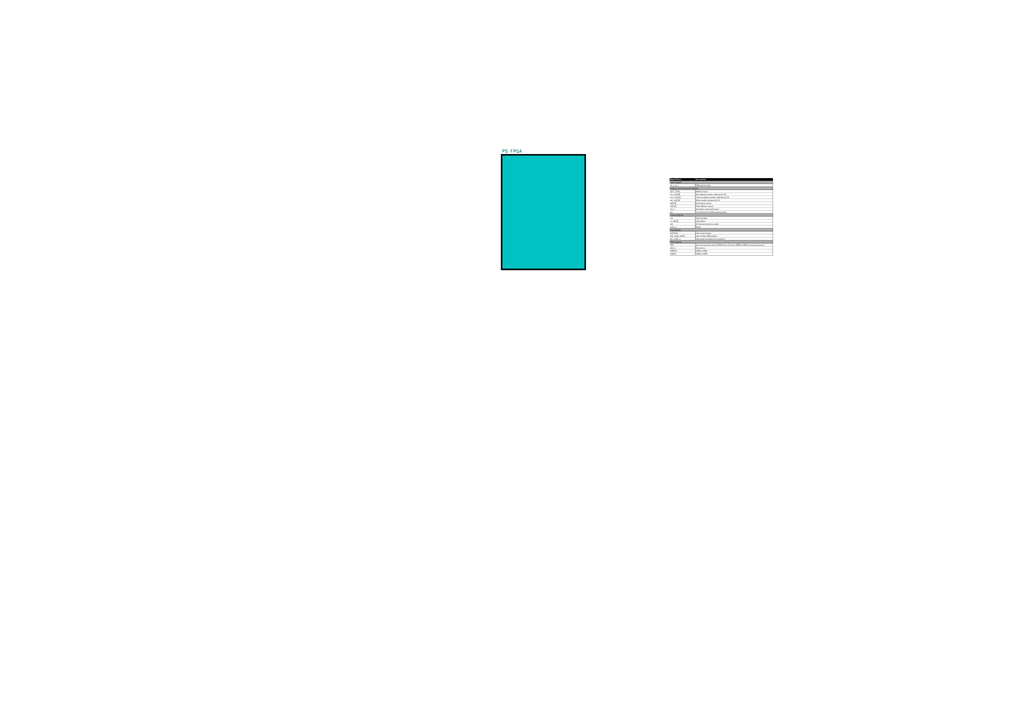
<source format=kicad_sch>
(kicad_sch
	(version 20250114)
	(generator "eeschema")
	(generator_version "9.0")
	(uuid "4a8267fc-6f25-4bb9-be2f-fde5c0a492af")
	(paper "A3")
	(lib_symbols)
	(image
		(at 295.91 88.9)
		(scale 0.159237)
		(uuid "8518fc27-0cbc-48b4-8e58-d60fac51ed07")
		(data "iVBORw0KGgoAAAANSUhEUgAAA9wAAALhCAIAAAAioTuNAAAAA3NCSVQICAjb4U/gAAAACXBIWXMA"
			"AA50AAAOdAFrJLPWAAAgAElEQVR4nOzdz2vb2N4/8I8f5o9oaNPhC1YCxpQJXRSOwuVuwoOclAbS"
			"ZlOoyUbOIiXaZJPrpaabbmSSRayN6cBs3BZS2khcvLlcGkEXQ0oJgUSCZ9rMkP4X/i4k2fot+Vft"
			"OO/XqpWOjo6kc+RPjs85zhEAAAAAAIxDu922//E/4y0HAAAAAAAgKAcAAAAAGDME5QAAAAAAY/ZT"
			"cMO9x/u/lhdnZ+3/XV5+/O8r9eWbLz+6XHRv5/1vT2eJLn9/9vBl+PTubqKP8i9bbzx7Hu9/ri7G"
			"Hgc3VLfCdF1efnz1r60xVG4AAACAAH9P+eP9z79VOxE5Ec3OLj6t/rb/+J674d7jx4+7/5sEi+Wd"
			"iSoPXBuzs4vV3z6/H3f9GUqbmryGCQAAAL3w9pTf2ykvEhHR5e/yv/59QTT3v79Wn84SLVbFx2+2"
			"3nR7G/9J/t7psZp9+uvOv9ErDpm4dZvm/lcsP12cJZp9+tv+/42tPvfepu7dezw3R0QXF2++fOk3"
			"EwAAAJgw3p7yuZ/tLvLL//77zZcvX758efPy1cfLy8vLy0v6f/eI6Mu//3tJRHT59WIMRY03+1R8"
			"PO4ywHVx8cWp3FsPn/1+SURj/bal9zY1J1ar1Wq1Ks4NkAkAAABMmKiJnrP/+F83RHmz9fDhw4cP"
			"H27ZHdFfXj785Zdffonvlr73eP/95x85IODy8pKIaLG6j7AcevXl5auPROSr8j++DClt6odlAgAA"
			"AGPkDcrfqE7H4ezT3z6/f7+/Exqj+nj/8+fPnz9/7kTA9x7vv3//2fX+/W/VxdlA4vc79+493nFT"
			"vd/3ZRo8PnzKFF9f/csudFJnZ8JZuoWkezv7nULu3PMf9j4Q8/tyfB+4KLg+Lr46Vf7nbr9zysMN"
			"1qbE/e+dukREvhaxs//eaUaBNuVtNZ36+H7ncTeHqj3GjBarnzt//4YaZkoxs7RNAAAA+JF8PeVf"
			"Xv5L/mgHKc4Uz8+fo2Jz1+N9e1ro5cePHz9+vKTZWSL6KAc67P7x62/Vp+7k0dnF6q+dKKVz/OXH"
			"jx8viWZnn3r2ZuT2ds4+jTk001n+8evn354udgr59Nf3++89c15nF6vd7v97O+6uy8vLS2e+4Nin"
			"C0I/vvzfV/+GlIfr3+3u78bC3f222dnFp799DvxJ949fu3Utzj9+7f6BOzv7tNpb/QoWI66OxrdN"
			"AAAA+LECw1e+vNl6+Msz+Xc3NCeaXXwaE3G680I/yg+3tra2ttwu63/6I5DZWfpdfvbLL788k52h"
			"Ap1OyYv/yLIsy88ePtza2npo7+5jIMGbLefQ6KHlWc4SLuTsorvld39f6r2dX5/af3w8++Xhw4cP"
			"f/lF/kgJfxPANZL6cJ15F5cf5Yf2/mfPnj17pr7xH04ff3/2i12bItrE7Cx9lJ89e/YsYU7m7OxX"
			"+dkvv3Trn12532w5JSKij3LcgJVOMS5/d/OI/rs1oW0CAADAjxVap5yIvrx5ufXmJdG9xzv26is0"
			"+1R8/LLfZR0+vrLXOf9y8fWSFmeJfv5/94i+ENGXN2++3Lv3eG5nR/z5Z/r5576v4o36e3nx6Swt"
			"lnfuvQpfToazhAp5+fu/nC3//u/lU88K1+502J//Ke7/095kZzn785x9WXB93Pt/vvqQ+nCd6jG7"
			"WP38vvzxv//9z7//3VkDpXv4x/84czDebD2MaDUfX6Uvjv7xP06STv3rNJtUnWK8ckL2Ly//8/Hp"
			"4mK4jsa3TQAAAPixfEH5vXv3iIi+OFHGlzcvH9LP9hjWiA/rLy9ffXxaXaTF6vv9f34l+nlxlogu"
			"f1ezBu/3dvZ/db/Gv7y8nE35Qj+JW5bZp7+WL/27hngWIk8UN7uYNgIBJl9nxaGvF5Tl4X55+fDZ"
			"/9k/rzU7u/j06eLTp9XLj/LDrTeew4e7CMqX//tK1EtViyoGgm4AAIAJ5wnK7+38+pvz3X13sWP3"
			"wzzSG1X+58/VxVk3hLn8+Pu/tjIvAPFYtGPlj/KzrTdfOj/F2ac3W/I/P1cXaTYQdQ/3LN0QCb8Y"
			"OgW6K/P/999fKOPDdbu/7917LP5atbvN9x+/2XrTOXy435kEOvPTRRXD/ePj6/+hzgIAAEwkz5jy"
			"zpy3xer+zr179+7du/d43xmcGvlh/nj/t+oiOcNWf/nll18eZo/Iff15X7z/D5Qm+yjXzuIxPZyl"
			"D856HZ4B7Pce2+5hTPl1MOfU7Z195xd3POM8Uh+u8997RPTlyxt3HoXdAd1dy2Xxn87Y7Xs77zur"
			"+/Rm8Z/O/Op7//uPXuPpcDEe/9P54wMLmQMAAEwo7/AVt7OZaPHpb4tPPXs+yhEDyu34dvbpb5+7"
			"SS8vP/73lfoydcQsefrznv76/uevtPhzoD/e7aNfrH7+XM7ULf3l5b9+/8dvT335pJ2ld52zLFY/"
			"fy5fXna65j/Kv2S5bhir2afV3576tlz+3p1xmfpw5/5ZrS4SUbXqrL1if0Vkd7R7Dve1im7Q34PF"
			"6m+fq95SusPC3vznY3Vx0W4Y1cg+/bhiXP7+L3y5AwAAMKH8q6+82frlmfzx0tPhfHn5UX4W/dPd"
			"3gUUXfZCitl+yOfN1jN7lZfZ2cWfv8r/cleV8GUf7vtO0vkxmMxn6ceXlw/du2QHZZeXH3+Xk9bS"
			"gIl0eflRfhYIalMe7putZ/LvH5143F4Z8aPsycJzuHuK/qrGR/lZZw2ky4++0PuNKv+e0jCCxQgW"
			"EwAAAKaI89W8Zw3nx31/WQ8ARJE/AwQAAADTq+36n/S0Mdyxrt2hrl/eBH+JBQAAAAAAUkWtU56N"
			"u36yvWLz16/088/OTwj2M4IWAAAAAODG6r+n3DNudXZ2cXHR+SX7uBHoAAAAAAAQLTfuAgAAAAAA"
			"3FDtdtv+xwA95QAAAAAAMAwIygEAAAAAxqz/iZ4AAAAAADCIr1+dxQtzb9++HW9RAAAAAABumrW1"
			"NcKYcgAAAACAyYGgHAAAAABgzBCUAwAAAACMGYJyAAAAAIAxQ1AOAAAAADBmCMoBAAAAAMYsMii/"
			"OjnY3V1z7e4enFz5dn/YXVvb/XAVdWjvhpvbSF2jogIAAADANRL68aCrD7tbjXOi+aWNjQe3b//9"
			"6ZPRaslbrfmN/RcrM+MoYrqTg93X39iTFysL4y4JAAAAAEDvAkH51Ye9xjl5AvCFhYWVzUcfdrca"
			"jb0P9yczLL8iOj8/vzvuYgAAAAAA9Mc/fOXkXeOc5jeeB2LvmZUnS0Tnxh+TOXBjZmHz7du3mynd"
			"5JNZdgAAAAAAf1B+8qlFNM/uh7vDFx5Vq9Un939YsYbq6sPu2traHsaCAwAAAMBk8g5fufr7GxHd"
			"vR01RGVmYSFp5MrVyYd3rxutc/t/80sbTx6t+A64OjnYe906txPMzy+x55vRQ2GuPuxuNWip+iLU"
			"8x3M4snzTecUJwdrcmup2u0sv/pwsOeWZp6Iljb2n9+fmXEy39h/cf+PToL5pQ1fWUKXElfSxCIB"
			"AAAAAGTmDcq//3VONH/nVq95OHND5zeq1dtE9Pen142G3PqrGyTbCeaXNqpPOgm2vlF45qid0Bte"
			"d5wcbMmt+aWN6vP7t+j7H+9eN+QtikrYCev3XyzM0NXJhz258Y1opnsqY2/XoLusWn1Cf3963Wg1"
			"9u50RstffdiTG+dLG/vP7xPR93d7cmOLbkePjcleJAAAAACABKHVV3rnDET3zg29f2d3qyEfPLAD"
			"VHek+qZ38mhURgdbjfOl6n5UVHv19zeieeb0v8+sbC7cf3Q1E9UrffWHcU5LVafLemZh5clSQzb+"
			"uFpx/wI4v/tk3+3QXligv1pyq7t7ZuX5/v0ZN+OZzSdLLbn16WRzISL4z1wkAAAAAIAk3jHlt+7M"
			"E53/9b23HJzY1DcQfeY+myf69vcVUdJIda/vH3bl1lJ1P2b8x8x9Nk/nja3dgw8nJ1dXRDTTb/w7"
			"f+eW58hbd+YDZ5qZIbq6ujo5OTk5Ofn7W2w+QywSAAAAANxo3p7ymdt3ic6//X1FocD46uTDu09/"
			"3XkUMbz6+1/nREuBgegzt+8Stf76TuRsjx6p3mW8bpzT0pP4EdkzKy/275/88e61IbcaRDQ/v/Hk"
			"+UpE+pn7bL7ReH3w4NamPXzldYvmN1L+JOi4OjnYk1vnRPPzS3fvEsXH5D0UCQAAAAAgiW/1lYUH"
			"cSsffv/UaLWiA9Rbd7qd4h1297lneHowQRB7vr8x35J3D07i08zMLKxsvnjx9u3b/eoGnTfk6AVV"
			"Zu4/WZo/b8lba2tra1uycXejGlzjMc7Vhz25db5U3X/79sWLzc3Nzc0nycufZywSAAAAAEAC/zrl"
			"C4825um8EYwsrz68jh+BYvev+yP5qz+M807veESof3KwtrYWiL9nVl5Ul85bcvTP2F9dnZycdHbM"
			"LNgrp0cNtbn6sCd/Y/tvXS82s3de273+D7Klz14kAAAAAIAkgYmeMyvPN4ytRmNrzVhaYg8e3P77"
			"0yej1Ton708K2WNTjHcntx/cWliYWXi0Md9qNLZ2qbu4Ssuea2mndxLsHdCTB7ed/TS/8Sg0d3Jh"
			"c3/j21Zj6+B2eGj5H6/lxvm8vdIJ0fc/XrcSV4r5fkV9DPC+dWeeqPX64MGtR/Z6Kobv2wH/hfda"
			"JAAAAACAaKHVV2ZWXry9f3Kw97rVarRaRETz80vV548WPDHuwqPq0je5JcvfNvYXVmZmVl7s3/7w"
			"7nVDlu3980sb1UcrC948928f7L1uyC13/3704t8zKy+qf+3K4aUFZ1Ze7NPBniFvNcgpVEweTmn2"
			"dl97Nt6NXRc9cOzz6l97ckveahHNL1Wfv3jwbk0+j7nwzEUCAAAAAEiSe/v27bjLMFxXH3a3/nri"
			"C+mvPuxuNe5iBXEAAAAAmBBra2tE1G637f/+T2Lia+jkXeM8cgxJ2lRTAAAAAIAxGcKPB02WW3fm"
			"qdXYO7j9/JETmX9/t9c472FVRAAAAACAH2v6hq/Ya42/bp27Q8Hn5+fvPnke86NEAAAAAAA/XmD4"
			"ytT1lBPRzMLmi4XNcZcCAAAAACCjqRtTDgAAAABw3eTGXQAAAAAAgBtqqoevAAAAAABcB1+/frX/"
			"keuE5wBTI5fLkedPTwAAAIBJEwhXMKYcAAAAAGDMEJQDAAAAAIwZgnIAAAAAgDFDUA4AAAAAMGYI"
			"ygEAAAAAxgxBOQAAAADAmPUQlFs1Ppfja9boCjPpBYBrTK/kAni+UtMz1Ca9wudyuVyuosdvuTb6"
			"bkTDbX1oywAAAAHoKYcbhImKpmmapimiyMhQpRLHV3yBuV7heb6mezeUVIOJmmnWhbgtYxYqMwAA"
			"AFw7PyIotyx0iMFkKCwLgiAIwna9fnzcNjWRDLVU7vbYWkSGYZx1D9APVSKxWhfy+dgtP1qgQYXK"
			"DAAAANfP6INyq1bmuGv4PT9Mv7xQNxVGhvRS725pt9uBHnBW4AIHhrf8OKEGFVlmAAAAuF4wfAVu"
			"tPzyOiNSD2P+arQuTlO3AAAAAAwsFJRbeoXnvVPh4oae2FO1ErvArRqfy3GSQaSWMk+MG2YBes4T"
			"bpz8XJGITi+cKqFXOvVUrzi115A4u/aGtziZWO7UT7t+eUapu/npFT5T+s4MSKvWSdKpsDENylNm"
			"N/vuwZ7DM+ippYROE5w2O4q2DAAAMKX8QblV47mSSkV3NlyRVImLWiPBqvGcZIjaceKX5vnlqqYp"
			"IiNido47aV/6D7kAveUJNxJXYETGmRnesePWXnt66A4X3kLUqWCiZpqmaWpFUkuB+nUq86XToigW"
			"MqanZpkvN2ndnpLKDFWyh71na1BWrVyS1KJi2vmLpErZxo/11FKsGs+VJJU6M2dJlUre84yiLQMA"
			"AEyxtocmEhFTzHYkU2HOXk0kIlGLSRd1mKhlSjuKAiTnCVMpXLfj64GpMOrWUKdq+Xb6jgptCRwR"
			"2KKJFNidnN4tjRnY3T1juEGFcjRNM253+ILizhMQODAiccSNHPbLBAAAYIoEwpWfPPG5fqgSsfXl"
			"5EUlzBpfUkXNrAtDX3xiFAXIlifcXOaZMcjMTXsxlgLnXRKlwOwBMW4NFVeFntKzAuepr1yB9Vim"
			"fD5PZFmWaZpElHEQfE8txbo4DSXOL68zyXCuY+wvEwAAgGvmp+CG4lzyx2NTlgwSq6P7EB1FAdLy"
			"hJvLnrg5YA1RJU6V/JsSA+le0/fE0ivlkmoQMSYWi0S9TEzNeh/MM4NIDCTOzxWJ1DOTKJ8tt5G/"
			"TAAAAK6P0ETPzoy3GOuvTIWppdFNyhpFAdLyhBvLOmoa/q7sfkQMzzreTgg1e03fA6tWLqmGqJnt"
			"9vFxvV6v16vF7EdnbSmc27nvO/XFqf87h7G/TAAAAK4Pb1AurIpERvPI80EaWteBiPLbx5poqKVe"
			"5kr6P50tvRb5++ajKEDGPOEmsvQKJxnElJ3+Y3JhVQwvqWjF/2BWr+mjxYe7dh/2au+9zz21lPxc"
			"MZjY+fvG6R0f4csEAABgKvl6yoUdhZEhlSs1Xdd1vVbhS2pkxCLUTYUZEleJCq2jGM2Xuq7rlkXO"
			"4hD+hRpGWYDMecINcHakO9WgwvM5rqQSE7XBOqmFHYWRWuIrNd2yLMvSa3yO48pHsVF5j+kjeRuU"
			"H1dgRKpc0e28Kzwve8evONH0S10PNZ3klhI40EnM8TX3hvKcZJCouUuojO5lAgAAMJ2C36Kbmsg6"
			"w1uZ6Fk9IbhugyZ6F1tIYCqik6Od2D4w7sgRFCAhT5hKEXXbXgbFizFRCa360fvqK+12oIL5alh4"
			"rZXk9BHZhzaFG5S/zJq7m5iomXG7I1dGSWopoQNNrVMQO3Xwbo6iLQMAAEyLQLiS62z6kawaz51V"
			"8cvgMCK5XI6IxlK3AQAAALIIhCuhiZ490yu5GDHDti29wkk0vPEjPRcAAAAAAGCijKGn3NJrJreN"
			"ZdBgdNBTDgAAABMuEK6MZ/gKwEghKAcAAIAJN/ThKwAAAAAAMBAE5QAAAAAAY5YbdwEAAAAAAG6o"
			"zvCVn8ZbDgAAAACAG+vr16/2P3Jv374db1EAAAAAAG6atbU1wkRPAAAAAIDJgaAcAAAAAGDMEJQD"
			"AAAAAIwZgnIAAAAAgDFDUA4AAAAAMGYIygEAAAAAxiw6KL/6sLu2trZ2cJKewdWH3bW13Q9X/Se4"
			"dtKv6OrkYHd3zbW7e3AyRZcfqe+nfPXBc6t2dw8+jOVWTV8lBQAAgOslMii/+sM4JyJqfcoQlYPf"
			"1YfdtS25dU5LGxvVanVjaYnOW/IWQr4IJwdrW43WOS1tVKvV6sYSUashb3nu1MnB7u7uB9RCAAAA"
			"mHZRQfnVH8Y5LW1szCMq79nVh73GOc1v7L99sbmysrCwsLK5+eLt/sY8nTf2EJb7XH143SJaqr59"
			"sbmysLCwsLL54oV9p9451e6K6Pz8/K/xFhMAAABg9CKC8qs/jHOav3P/PkNU3quTd41zmt94vjLj"
			"2zyz8mSJ6Nz4A1F50PydW97/ztxnS0tLd8i+UTMLm2/fvt1cSM4CNxUAAACuvXBQbsfk7P7MDKLy"
			"Xp18ahHNs/szoT0Lj6rV6pP7YyjThAv+pTKzsrm5ubIQvoNR7LkP+AYCAAAArr2fghvsmHzj/gwR"
			"3Wfzjcank80Fb1fl1YeDvUbrnIhofqn6/FEoy8QEJwdrcmup+vbBp125dbfq9IJenRzsyfYhND+/"
			"9OT5Zjcquzo52HvdOo/ambDLX6KTD+9eO0Uiml/aeL7pdmVffdjdatDG/ov7f3hK7UmQ6ZLddH9/"
			"I6K7t6PKMLPgL1qoTE8edUNRt1TPb79z78v8UvXF5sLVyYe9143z886G/tKP/p5keTQzK0+WGnKr"
			"sbVrLD15/mhhJnzf3OrSKbjntDRPREsb+8/vz8xkKnPCJYdkrVoAAAAAQxEMyr0xOc3cvkvU8kbl"
			"Vx92txrn80sb1Qe3if7+9HpvL3B8WgIiom+vd1t0d2nJHrngHlLdf3SL6Pu7PVne+rax/2JlhohO"
			"Drbk1vzSRvX5/Vv0/Y93rxvyFtlBWsKuQJH25Mb50sb+8/tk59/Yotu+dMberkF3WbX6hP7+9LrR"
			"auzduf/CCdgyXZHt+1/nofEYkew8aX6jWr1NRH9/et1oyK2/AoU39vbcQr2WGy1599v8Od3deNLZ"
			"cPAgcBWZ04/4nmR9NAub+9U77143Wi15q0Wp0a8deS9V918szNDVyYc9ufGNyBPLJ5c59ZJ7Lj8A"
			"AADAkASCcl9MTrTwYIlanqjcHTLt9DAuLCzcPznYks/n3eNTExAR0fndJ90A5+Rd45y6vbgzmy+q"
			"tCY33p2sbC7Yfc/zzOlEnlnZXLj/6MqOwhJ2+c2sPN+/P+Pumdl8stSSfX9p0PndJ/tuKLiwQH+1"
			"5Jbxx9WK/VdBpivqjZPnvhsvLiws3L+zu9XwR9meu7Rwa8PYapwTcw+xN4SuInP60d6TzI+GaGZh"
			"ZXNhZfPq6uSPd6+N1nlL3moF+vQ77AnIVadUMwsrT5YacqdQKWXOcMndE2UvPwAAAMBQ+MeUO2sh"
			"Gu8OHJ++zXtWRowYMj1z644nPE1NYFt6sOA/ZOnOrasuujNP9O3vKyKauc/m6byxtXvw4eTk6oqI"
			"umFV/K6gmZkZoqurq5OTk5OTk7+/BffP37nlObKfK/Icef7X9+i9HU7M5xt5PnOfdS66W6pAMT2H"
			"zNy+G3EVPaQf5T3p4dF0SrOwsvnixdv96sY8nbfkLCvkhyWUmSj9kgcoPwAAAMBgfD3lTkx+fu4O"
			"pnX4OhSjh0x7pCYIazW2Wg3/Jiegmll5sX//5I93rw251SCi+fmNJ8/dHszYXT6dAevz80t37xLF"
			"B2ODXtHM7btE59/+vqJQKa5OPrz79NedR5srM/Yol6VAnvZQob++E/2I8G/E9yTrowkfuLDyfMPY"
			"akTew5n7bL7ReH3w4NamPXzldcvzrU6aXi657/IDAAAA9McblNsx+VJg7OzJwZrva/7IeMkrNUFY"
			"8Jw+M84QB3KGEct75I7KSNjVuagPe3LrfKnaGddAJwct+Tx8mmFckT3cxzuiwvX9U6PVmt94ROR0"
			"4QbztLvPM4xHH4IfcU/SH409MD360Z9H/nUyc//JkiE748+J5pc2qo9ip2r69XzJGaoWAAAAwNB4"
			"hq84MfmDQIi08GDJHcGy8CC82vb3v84DaZMShHmy9xTl6urK+cfJSfd312cW7PW+//qevMvL7pZ+"
			"0G8vZ49XtPAo8meC7J/JcUd82B3q/jztm9/Hlwz9GPU9yfZo7BE1oUcfXQuJ7MD6G9t/63qReenE"
			"Hi85Y9UCAAAAGJpuT3lsNHTrzrw7gsXuCW7sHdATZ9kN4xt5R+6mJghbeLQx32rIu7Tx5NH9W0Tf"
			"/9iTG+fuNMg/XsuN83l7GQyi73+8bnX6kxN2hUr/+uDBrUf2QhpGb0M1eryiGXv4RWNrzVhaYg8e"
			"3P770yej1Ton708K2Zfc2Nql6hN39ZWWPYexp7L1a+T3JNujWXhUXWrJLXnt2/wSYw9u09+fDKN1"
			"fk7zG4/ib8T3K+pjgHfKJduDh4x3J7cf3FpYyFh+AAAAgKHpBOXxPZQz99l849yJyp017Bpyi+wF"
			"qp//vbfl7StPSxA2s/Ji//bB3uuGvGWPK59f2tjfdJfMeLFPB3tGZ1d3X8Iuf+7Pq3/tOWMe5peq"
			"z188eLfWy1CNXq9oZuXF2/snB3uvW61Gq+WUrOpfhntm5cX+7Q/vXjdkmdxLrj5a+VEr7o36nmR8"
			"NDTj5GO0Wo1z91ZtVB/FdIA7d21v97Vn412WsNp49kteeFRd+ia3ZPnbxv7CSsbyAwAAAAxL7u3b"
			"t+MuA0AWVx92t/564huCfvVhd6txFyuIAwAAwLWztrZGRO122/7v/yQmBpgYJ+8a55FjSHwLSQIA"
			"AABcR8Ff9ASYULfuzFOrsXdw+/kjJzL//m6vcd7DqogAAAAAkwrDV+D6uDo52HvdXUR/fn7+7pPn"
			"m1g/HAAAAK6fwPAV9JTD9TGzsPliYXPcpQAAAAAYOowpBwAAAAAYs9y4CwAAAAAAcENh+AoAAAAA"
			"wJh9/frV/keuE54DTI1cLkeePz0BAAAAJk0gXMGYcgAAAACAMUNQDgAAAAAwZgjKAQAAAADGDEE5"
			"AAAAAMCYISgHAAAAABgzBOUAAAAAAGOWPSi3anzOVdGj9/I1y7NNr+TihbNIO7U/c2ePXqt0i8VX"
			"ano4TfAAno9M7ilt1JlgSjj1OEv9s2p8cmVITQAAAACQTY8/HsREpbo6Rxzn3WjplXJJNUKJuYIo"
			"ihGZnKoRiePEZU5EpFe4kkrMLtTFxWFTkkpqUzGPt/PRmTkHiIq2OndxKEtSST3T2nWBiIjb0bRV"
			"ujiUJTVz4eDasY6aBhGReqjXBWHcpRmUXuHl0/Xq8fa1vxIAAIAbr52VqTAippi+bZrIiIiI2eF3"
			"YHfmfKITpmSuhTeaCiMiUYvOUBPJvzcuhyylg0kWW7dNhRGJisLiq0kgcVJlGHdtMTUxob6P6qQm"
			"WgcAAMAQBMKVAceUX5waTFQ087i+mvEI/aVkkFiN68vOnrl1cUrE1pe9GeXniv40eq07QkU/VImY"
			"stPtVBR2FEZG8wjDD24K66hpECssL68zUg97GEE1mfJCvd12vun5QaxameN6GXsGAAAAmfQ4fCUg"
			"v33c3rb/aWY6wKrJqj8w7jtzz+4OO+4uOINr7MEq1CTzeDtvB/FUnAsF8WrzyNrO8kcCXHd2TK4s"
			"5/O0ziRpKkawAAAAwFQI9pSHZk4OtRe5h27yHliWrut6rcLzJZWJWmdEubAqMiLmjcM7AbuDK7Ch"
			"FgUmmR2Try/nifKRfeVWt/Lzlag5w4kJ9Io9gVSv8J6JpJbebVB84CBLr/AxOxN2RZzSLZ0z79RX"
			"TE8Tjkjgb+IRM1e7m6wan8txkkGklnqerA0AAADJ/EG5VSuXJLWomKZpmqYmkioN8avqXrrJe2G+"
			"LJVKJW4sp6cAACAASURBVEk1DCaur3qibqF+3G4fO9/um2dxs0uNs2zd/HC9eWJy90sSb1Ru1XhO"
			"UklUNE3TtHWSy+Wm//i0BEREpzJfOi2Kov3Xn1XjuZJKomY3qCKpJa4T89rf5BQVzTRNU1OKpJbc"
			"1pawK1WzzJebtK5pmqaIzFClcuAv62aZL58VqpqmaQozVInLuH5MfrmqaYrIiJh9C3a49IMAAAAg"
			"o8CQc/8sLu88spRJbRGTJqNS9DcpLT3zdrszMzQmXWQeoZmh4566B0MRVbeDjzZQH8P1w/RvypbA"
			"V8PDVd6zJVzVOo0vYZef/wRubTYDCTo5ZUuQOPXZzDZHFgAAANIEwpXg8JV8Pk9k2QNCdP3idGjB"
			"v1WTVSJxdYRjePNC/ZXCyJBeRvUpxo9UCY5pgWnkrIXYfFlxHJ4yT1+5PR3BN28476syqQls3hqu"
			"H6pEYoGzuqjAiE4vLHJG0BgSx1dqum5Z5DQ+St6VihU4T9KIEvoTCKsivisCAACYAIHhK/b4V44r"
			"y4eHh4eH4W/n+6W/lIxRDF0JyC+vd4KeKMHoI35MC0wXJyY3DLXDMCgwgsU/DThCaoIwVeI8SlK3"
			"wuW3j01TU4qnzVKJ43I5nu8sFZSwa9i4QmKLAQAAgB/DG5RbtXJJNUTNbLePj+v1er1eLcYe2BOn"
			"m3yYMzxjfkwxPsq2l0v0Rx9RyyrCNLJj8uCwC030R+WpsWkfwWvEUI/uj1vl88J2/fi43W6bmkKG"
			"VOqO/07YNVTmmdHXHxsAAAAwVN6g3DwziMRVYeifz0nd5L6lxHuQnytSeI3xwBgDX+b2F/XesS12"
			"uRCTTz8nJg8OnhJWO1G5XTv89cn3F15qgjBP9p6iWJbl/EPXuzU/L2xXOwNJEnYNzp+PfxXRMCvq"
			"GtGxDgAAMHTedcq5AiNS5coqt8ORefRSbmYYUm7puklEZA8/PzvS9TkijhO6Y2CTusmtWrkkGSR1"
			"fuw+e+ZCXRPVksTlmqKyvjo3d3Fx2JRUg1jnTP51yt0j1BJPSnV17uJQlobdfQ+TKSYmd6v8oV4X"
			"BGFVJFWVyhWqrs4RXRzKzVPyDshOTRAm7ChMlUo8KdWdZY7IPCqXJIMpdoU8kkuSwRTt1TJHROaR"
			"3A2PE3YNTpX508P16uochdqAvSaNe432JUZco9F8qc+t+ps5AAAADMb3vXrnl+2JmKiZGVZfsddz"
			"CAqtQBG7nolzwujlHNIzNzWRddMw5ltYws6c+fL2HsBERQsWC6uvTAV/3Q6tsdPl22XaC/516n+o"
			"MiQniF5eKFBFRd+aKopnH/PtS9jlEbH6StLaKe7/TP9lBO6IZ59ihjPtJsAiLAAAAAMIhOK5zqY0"
			"Vo3nJHI6+YbIqvHcWfXH/lZ4vFFdJfxQuVyOiDLX7ZsCtRsAAGByBMKVnxITj5ylVziJFHMyInIA"
			"AAAAgHEIrlOewpDKPM/zQ/x97YI2If12eoXneb4sYY1EAAAAAPjBeugpn1sXRWeJxKH92k5emIiA"
			"nIiIKxSLRFQsFqkwN+7CAAAAAMBNkn1MOcC1gTHlAAAAMOEC4UqPw1cAAAAAAGDYcuMuAAAAAADA"
			"DfXnn3/a/8DwFZhCGL4CAAAAEw7DVwAAAAAAJguCcgAAAACAMUNQDgAAAAAwZgjKAQAAAADGDEE5"
			"AAAAAMCYISgHAAAAABizyQ7K9QrP8zUrNZ1V43Ouih69Nzofq1bpHMrzlZruJtIrnRyzlAAmneeB"
			"dp+s54FPEKvGJ9e61ATX3ARd38Q/i5Gdv6/XJgAADGCig3L9UDVofTmfLTUTFU3TtB3Ou9HSKzwn"
			"GTH5V3KcpDoHKiKRKpU4J6jndjRN0xSRDXQFMFmcOmI/WpEZngcOMJ3sro2eannfr00AABjAJAfl"
			"+qFKVJzLGJMTFZYFQRDyTnpLr/C5HFdSSRTFyOwrJZWYYh4f17cFQdiuHx+bCiNVrllElM8LgiAs"
			"F4ZyJTAp7DoiCIKwXa8fmwoj94HDsFgW7ucEsYgMwzjzbkl4QAO+NgEAYAATHJTrhyqRuCr0e/zF"
			"qcFERTOP66sRe62arBKJ1W1vzJ/fPm63j7cz/xkA11t+eZ0RGWfmuAsyRaxamUO/6QTJC/V2u13v"
			"vEdTHhBemwAAY/PTuAsQa9CYPL993N62/xkVc5lnxkDZAwBMG7w2AQDGx9dTrlfsiZJ6he9OmLR0"
			"z6SeHF/xfUtp6RXeO+Mny4Sfzswkz2yhQLYUGZMnlqRH1sUpEStwvivIeAEwLayjZjDGCFUy/9Rf"
			"Tw+jM7vY2+eoV2JmxqVUXV9LiKqCiQkim60zDiG6Yic024wtOjKZVeNzOU4yiNRSd9J1XPHi7rP/"
			"trlnCTf3pAtMMnXPonNZMfeqW3GjH1AP8NoEABiptocmEhFjjJgoiorZbrfbpsKISFRM0zRNUxMZ"
			"EYmaL72oaKZpms6kyM7OWKbCiBhjjDnT7uwDmX1Cb9a+vJJKYmfpyyB8XeH8iTEiYkxUFE1TRMYo"
			"mC4lY5hQ4brdraydiZ6METEx9LiJmNJJQt1aFqwLmjPktltLNTG6siQ2ImevWzJFZIwx35nSEsQ2"
			"WyZqnjMG0kc224wtOi6Z6d405w6aZlLxYu5z2/uKcC862DQTLzDJ1D2L9HvleZdGPqA4/b82AQAg"
			"m0C4Eg7Kgy9+04wLlsMRq5n4kncT2R+Lmidp6PUfjsl7LIlP7KdL8JjQDUBQfj3FBeVBTEmsht3K"
			"2vm3L5wSFYX5t8TUlfiqG3FS078pWwJfawk3H29gFt9sM7boxGSmwiIKE94Sf58zvCISLzDFdD2L"
			"DK/TQAlCDyhO/69NAADIJhCuhCd6BgcM5vN5IsuydF3Xdf3i1LNneZ2RIXF8pabrluWmzYQVOE9S"
			"ruBfeTB6PHl8SXrHFRgRU175ZycJOwojOr3Al7FTyhtNmJrCDKlU7nzVb38371+C054KatcIu743"
			"jywiu4qKq9vL68y7hcUs4BlfdfVDNXjSvK85pCaweVuL3XwKnNVFhcBlRDbbjC26j4bvLV7afXb4"
			"XxHCqtidkpt8gSmm61mk3quhwmsTAGCU0lZfcUZDclxZPjw8PDxsenfmt49NU1OKp81SieNyOZ4f"
			"zq9IRMbkiSXpT8znFlbjuBHywvYrhZEhvXQG1ppnRngJzvxcsVMjPFG5HZMLlO9E5dbFaVxMnlp1"
			"U9f97GFhUJcqcR4lz6LTCc02Y4serOGn3udIXDDqjr/AJFP3LKKE7tVQ4bUJADAiyUG5VSuXVEPU"
			"zHb7+Lher9fr1aI/RT4vbNePj+2OR/J1PPYtKiZPL0lvInrmiJx4gRW46INgyvhrQWQo05na1klv"
			"nJl2BF7gyA4mjeaRZR01jeiYPEPVTY2f+giwIkYTdFetS2i2GVv0AA0//T5HCYXyiRcYYzqfRUjk"
			"nz3DgNcmAMAoJQfl7gJY0W93y9L1bt9NXtiuDuVb08h+8uSS9MH5dtj/KRfx9TRMM7t/1hl/4vuP"
			"w16fpRPf5JfXGamHNU8ELqyKZJwdHTWNmDAoueraQw38JzXPjB4SxOSpHvpX1rDcn4xJaLYZW3R6"
			"ssTANcN9Jgqe126aTtyXfIFEZOm1yG7l6XsWtoR7Fa3fbnS8NgEARsnbexOak+RbOMBZa6CbxNlr"
			"Lw9gmpqSbQmEiMmT3k3RM7YylCR8ZtNdaMO7YkJgSpq9jEBnNQ5i4SVfMNHz2gnX7ahpa+3oCYbx"
			"q4J0kyQvwxJxiriq21nRIn7Fj7QEES2mu0hIuGkmNNuMLToxWedyfauvRBUvZfUVosD6TKEZ2DEX"
			"2HlG4Qcyfc8iw72KmujpfUChHAd+bQIAQDaBcCU5KG+3nSW8yPkoC7/gnRWx3Nd01tVXYoPy2FUU"
			"kkoSHTu7n81+/hDL/Qxzyq9FZYGg/NrJHJQHovJAjbBDqagDfBmlrT6R0oh852SiZoZqXXKCmD9j"
			"NU/TDC39GNtsM7bopGRmp7CillC8hPvsXp/pv+zMF6hF/DXlOWqqnkX6vYroa/E9oKgMQ3p6bQIA"
			"QDb2i7Tz31xn03Vm1XhOIsUc+k89jyxjGKlcLkdEU1G3oR9WjefOqp4flwcAAJg4gXAlbfWVfuiV"
			"XIxef0AOAKBHll7hJFJ2EJEDAMB18tMI8hTq7XZ9BPmmMKQy3yQqVo+H0T+mV3j5lMgwiKK+zQWA"
			"iVXQzPrwJoUDAAD8CKMIysdgbl0UnbXNhrQwF1coFomoWCxSYW4oOQLAj5AXMNoMAACun+kYUw7g"
			"gzHlAAAAMOF+wJhyAAAAAADoQW7cBQAAAAAAuKH+/PNP+x8YvgJTCMNXAAAAYMJh+AoAAAAAwGRB"
			"UA4AAAAAMGYIygEAAAAAxgxBOQAAAADAmCEoBwAAAAAYMwTlAAAAAABjdn2Ccr3C83zNSk1n1fic"
			"q6JH7w3no1dyYe7hnp1ZSgATzNIrfLeC8HxF7+2BWjX+GteC1NJf78tLN0HXN/HPYmTn7+slDABw"
			"A/w07gJkpR+qBimv8tlSM1Gprs4Rx3k3WnqlXFKN+IMUrTrn3eAezu1o2ipdHMqS2mOpYZJYNZ6T"
			"DCImKsrq3NzF4WFTVUucyhTzeDtjzQIAh17h5dP16vG2kPmQvl/CAAA3wHUJyvVDlUicyxw5FZYF"
			"oZu480nARFFU1XBobV2cEhXnBCHy0yWfF/J54i5kqZ+iw2SwamXJIE8ALgjCdn2nxnOSVK4tIyyf"
			"fJZl5fN4TJPCIjIMo+jdkvCABnwJAwDcANdk+Iodk6/2/ba+ODWYqGjmcX01Ng0roE9miukvJYOY"
			"8ioQe+e3qyKR0TyahBENkMSqlTkOoxkmR16ot9vteuetnPKA8BIGAEhxPXrKB43J89vH7W37n2Zk"
			"AvPMIFrvN3uYfPqhSsTWl8PdeMKOpq0SYgGAUcJLGAAgTain3DcRjucrvtk4ll6reGbJBXf6j8wy"
			"g64zl8jqZhzIliJj8sSS9KdIZvcCep8BCJPMujglomLk+Ke8IAhC3jvYKVC3EmpCxGQ4/yb3f5bu"
			"qeC6fRa3tvGe3sVsLcJztuSG4Msl6joSE+gVe6adXuE9M+48lxJqJwkvgYzvh8hkVo3P5TjJIFJL"
			"3el/ccXL8Ph8dz94d5MuMMnUPYvOZcXcK7dMcQ+od3gJA8DN1vYyFUZETFQ0TdM0TREZETHF9O4V"
			"FdM0TdPUREZEouYcqonOkaZpms6RnZ2xTIURMcYYc04aOGU3a19eSSWxs/Rl4GWXM7Dbzs+eAahp"
			"mmKXIpAsJWOYIKG6HfnYozhVgfmagKf2BWpBRKXwb+rWcKeC29kzRr4NnRNkahGB0sY0yUBzVkTG"
			"GAuXPiGBfdcYIyaKor3RPUTznDGQPvIlkPH9EJfMdO+E82BMM6l4aY+ve3fd59G9vYkXmGTqnkX6"
			"vfK8mSMfUJz+X8IAANMlEK74gvLUyMU044LlcHBiJr6W3UT2B5nmSRoqRDgm77EkPtHXaGqapvm2"
			"uSULbMFHxLXQd1Aekc5fE/oKyr31yImkglGgL/+UFuEV3xAijjP9m7Il8DWCcGP0BmbxL4GM74fE"
			"ZKbCIgoT3pL6+JJub+IFppiuZ5GhKgZKEHpAcfp/CQMATJdAuOIdvhI/7NaVz+eJLMvSdV3X9YtT"
			"z57ldUaGxPGVmq5blps2E1bgPEm5AvPtjR5PHl+SvtgjGHxbltcZkXqIeWVTgSswIuMsejBrl3Vx"
			"GmoCdk04vRjgi/TQ9DXvKfJzxYj0CS3CJ74hRDTnvC+r1AQ2b9uzG2OBs7qo0Lk7CS+BjO+HPl4j"
			"3uJlfHz+2yusit2qkXyBKabrWaTeq2HDSxgAbrzQmPLoYbdE1Bm/yHFl+fDw8PCw6d2Z3z42TU0p"
			"njZLJY7L5Xg+aShudpExeWJJhiQiVoJry36akaGVpdcqFWesrHlmhJtAfq44ukhkMKkNIaE5Z0wQ"
			"pkqcR0nqLjqd8BLI+H4Y7DXS3+PjglF3/AUmmbpnESV0r0YLL2EAuFlCQXnsC9eqlUuqIWpmu318"
			"XK/X6/Vq4IWZzwvb9ePjdrttagoZUqk8+PTLqJg8vSS9nqQSMTPJGrj7HSaI3ccXtfKheSipqvOs"
			"I2MOu/91Atdqy9AQUuOnPgKsiOEE3UXeE14CGd8PA7xG+nt8oVA+8QJjTOezCIn8s2co8BIGAPAF"
			"5RFxi+dNaZ4ZROKqEP0+tixd7/a25AV79eeBexcj+8mTS9IHrmB/SepbuuCoaQy0DCNMFmFHYWRI"
			"weDDqsmegQN2r6o/dLdrQuZAxDLPsvWsDi65IUT9GeIrW2qCmDyDwwksy7Kcf8S+BDK+H9KTJQau"
			"GR+f/7z2yBEnaE++QCKy9Fpkt/L0PQtbwr2K1m83Ol7CAACJq6/4133wTfV3Vgcg//RKYvaEftPU"
			"grPZYqTMk4ueY5WhJOEzm5rWXUHAvcLO/CZ30QZn4r/IAos2JGQMEyiibre96zuI9mMWnf97Hmra"
			"8h3u0hXunDR7/l13pZTgohmhWhOuRr5anjpzNHQ9cQ0hULaoFT/SEkS0v+4rItzQE14CGd8Pick6"
			"l+tbfSWqeCmrrxAF1raJmIgbeYGdGhTuoJ6+Z5HhXkVN9PQ+oFCOA7+EAQCmSyBcCQcumvMydN6P"
			"/uUAWGeHZoZfyd4j/YfGSQ5BYtc9SCpJdAjjfpr6+RZXcT903CvXorJAUH4tRAfl7XagfhNjYjh8"
			"SKkJbuXrBmqeyqiYkUsijiYoT22SvkthomaGS5OYIOaPYv8t9L8j4l8CGd8PScm6t1rUEoqX8Pjc"
			"6zP9l535ArVQYOo7aqqeRfq9CpUp8ICiMgzp6SUMADBd7Ndd57+5zqZpYdV4TiLFTB0FOjEZw9Dl"
			"cjkimrq6DeNn1XjurOr5cXkAAIA+BcKV0ETPIdMruRh9/uQbAMB4WHqFk0jZQUQOAADD99OI8xfq"
			"7XZ9xOeIYEhlvklUrB4Po0dLr/DyKZFhEEV9/woAN0RBM+vDm2IOAADQNeqgfAzm1kXRWY1sSMvY"
			"cYVikYiKxSIV5oaSIwBcP3kBY9cAAGBUpm9MOQDGlAMAAMCk+8FjygEAAAAAIEVu3AUAAAAAALih"
			"/vzzT/sfGL4CUwjDVwAAAGDCYfgKAAAAAMBkQVAOAAAAADBmCMoBAAAAAMYMQTkAAAAAwJghKAcA"
			"AAAAGDME5QAAAAAAYzbBQble4Xm+ZqWms2p8zlXRo/em5aNXfEfb/83lMhwJk8+uA8G64dSbyM3X"
			"/KmnXsPYLnJySzbq8/f1IgIAgJtkcoNy/VA1aH05ny01ExVN07QdzrvR0is8Jxnpp6qUVN8GbkfT"
			"NE0RWfbiwuTKL68zotMLXzxkHTUNopjNxbnoemf/oYiQ6Sbrow70/SICAICbZGKDcv1QjY+NIhSW"
			"BUEQ8k56S6/wuRxXUkkUxeQDrRof+iTM5wVBEJYLPZYZJlR+rkhkNI+84bd5ZhBjLGoziatCZD4W"
			"kWEYZ94t1rXuUoee9VYHBnwRAQDATTKpQbl+qMbHRhlcnBpMVDTzuL6amM6qlSWDKaaW8okJ15qw"
			"KhIZZ2Z3i36oEluvrjP/ZuvilIgVuHAWRER5od5ut+udWmnVyhyHsQY3So91AC8iAADIakKD8kFj"
			"8vz2cfu4vi2kdLQ7n4SvtjN3yMP1xBUYkXrYiZ2si1Oi4pywvM58m4+aBrHMg6YAkuFFBAAAmXWD"
			"cr3in2EUMQ9Or3hnKtnfzDrTIfmKnul7/M48KqvWOZqvBGc/RcTklt49IOqQPuCT8OYIDCu3jpoG"
			"iauCPbClO6zcPPMMKHdbhF7h3XbQbSRWjc/lOMkgUkv+OcbZ20V8yizNJEOLsPQaz2dsMX015/Ri"
			"+C4gKtPEBBGPIKWoll7h425q/K7Iy4q5dVnqQG/wIgIAACJvUM4V/JPhzDODyNe7aH/jb/ciWjWe"
			"K6kkaqZpmqZWJLXEZV+zoFnmy01ad2ZTGqpU9n/shWJyq1YuSWpRMe3TiaRKgw4bwCfhjWIPK3dH"
			"qphnhjNIRVgVu8PKI/4YPJX50mlRFIMjWvLLVWcqMFO07hzj7O0iQ8qkZpKhRTTLZflsvappmqYw"
			"Q5USGmjfzTm5GFaN5ySV7EnY2jrJ5XIzdN7EBETBR5BYVL3ClVQqKpppmqamFEktucVJ2BWW7dbF"
			"1IEe4UUEAACOdoepMCKmmPb/NJFIVBTm3+L+RxOJSNS6B0dsiWQqjIhEzQwc2TlLXFam6TnEl8Rf"
			"7pBQ9pEHRZ0zJWOYXMG63W77HrG3KpsKczd7/tk5ILGWBw7opV0kp8zSTOJbRPrhgardd3NOLka4"
			"6Zn+TdkSZL/D4RbbKV3CLv/lpN75tDoQp/8XEQAATKlAuOIZU55fXu+uRaEfqiSubi+vM+8Wt5/c"
			"7lEscFYXFcKrzsVhBc7TK8QV/CsPRo8nz+fzRJZl6bqu6/rFaZbzxNIrnGSI2jE6p24QYVV0aqgz"
			"oNx++PnOsHJ7QHmgS7yniQ3Z20WWlMnNJLVF+A8PT3Xtp9gR4ouhH6oUGKCf911FagKb9xEkF9V+"
			"hUkcX6npumW5paPkXWHZb92A8CICAICunzz/zi+vM0lqHlnb2+ahSqImUJ5bZ/YWujgNfH6qEqdK"
			"/tyGsa53ZExu6ZVySTWIGBOLRaKBYnK9UlKJiQXS9c7X1xenRHR6oetEnJA2LQuuJa7ASG0eWcvU"
			"NEisujWsO6z8zCCmDDzJM3u7GKQF9dwiOsPTYmp3f4VJLUbqqqY9LHvqii9qfvvYXNaPXsrNkioR"
			"EWNK9ZU9zTJhV5q0W9cvvIgAAMDLG5Q7UfmZSdbFKbF1juyIxXACGbb+yvshIWqehcGGJiomt2rl"
			"kmqImll3P6X0ilpK/y2OJIYqhVYFNqRSiZhiCui4mkZu9TbJcGq3TVgVSW0e6eunfYWIQdnbRf8t"
			"qI8WYS/AHn95/RQmQzFSY9k+gt3EoubzwnZd2K4TWXqtXJJKZTKdnuiEXYnSbt1A8CICAACHf0lE"
			"56v82lHTcHvFhVWRjLOjo6bhCViEVdE3BZSIiKxh/JBKZD+5+4MuQ/qEEurhUT3doZz4Knlq5eeK"
			"RKosq4HvfLgCI6MpOwuy9MozyCN7uxiwBWVpEf4BF/ZQkegF2FMLY+m1WtRaJcnFsId9RPw2U+YE"
			"vRbVsnS9W868sF3tDDxJ2BWW/dY5Mo7bC8CLCAAAvALrlNtRuSQZ3ahFWBVJlSR/wCLsKIzUEl+p"
			"6ZZlWZZe43McVz4aNCqPHk9uLzItV3T7VBWel9PHrziDXJ1RrmdHuq47g0nhprKjQCPYIW6PNzbC"
			"A8ozMZovO1Ure7sYrAVlahGqzPOVmq7req3Cl1QiserGec5PnL50AtXkwli1ckmSotYqSSmGfbul"
			"sl0IZz/rJUFYclGP5FKJ451dll6Tu+F0wq6whFsXyVsHgvAiAgCAjII9NfbqA75FAiJWoWi3221T"
			"E1n3A5SJmZYpiVjRxLMpdukBUxNZ50SamWH1Ffs6gmKXNcDqK1Mlum53akWoGthVPPCsI+pEaJOp"
			"uBWzszV7u4hPmdxM3GPjWkQnbbd0dqLAuX3XnFBsJ2mvDdPe7y9C6MKSE0S/EJLusKl49jHfvoRd"
			"4dscf+uy1IFghoO9iAAAYEoFwpVcZ9O1ZdV4TiIl0+jQycgYRi2XyxHR9a/bk8Kq8dxZdRRzSAAA"
			"AG6sQLjyP4mJ+6BXcjEG/LEfABgHS69wEik7iMgBAABG6Kf0JL0R6u12fdiZpjOkMt8kKlaPh9Gb"
			"p1d4+dQefTyMVR4BrrWCZ30VAAAAGImhB+VjMLcuikX7n/1M1IvAFYpFIioWi1SYG0qOANdVHivz"
			"AQAAjN4UjCkHCMKYcgAAAJhwox5TDgAAAAAAvcmNuwAAAAAAADfUn3/+af8Dw1dgCmH4CgAAAEw4"
			"DF8BAAAAAJgsCMoBAAAAAMYMQTkAAAAAwJghKAcAAAAAGDME5QAAAAAAY4agHAAAAABgzHxBuVXj"
			"czm+ZvWRj1Xjc66KHr03S86WXuPdnPhKTe8eoVc6J+iviHCjeepPZP0a3ADNBwAAAG66ofaUM1HR"
			"NE3b4bwbLb3Cc5KRKQO9wpUkg0RF0zRFJFUqcZ0In9vRNE1TRDbMEsPN4tRQTVMUkRmqVOIQRPvo"
			"FZ7na6G/qgEAAGDUhjt8pbAsCIKQz9v/s/QKn8txJZVEUcxwtF4pqUSidlzfFgRhu36siUSq7ERN"
			"+bwgCMJyYagFhhvGrqGCsL1dP25rIpHRPEJU3mERGYZx9oNPauEJAAAADCcoj/tMvTg1mKho5nF9"
			"NeZAvdYdQaAfqkRM2RE6u4UdhSFqglHhChP0tctEVPK8UG+323UhPeXQWLUyx4VHvAEAANw0Awbl"
			"9mDxcvQQgPz2cfu4vi3kYw7WK1xJkkrO0dbFKREV57yp83NF9GXCiFhHTSNY48ZSjqRGBAAAADdD"
			"ZFDumW3JVwKxglWrdKZ08jmuWVRM89V2X3GNsCoyIuaNiljBNx59svoy4fo7O9JttQrPSQYTNX+3"
			"sKV76re/9nfmcXqaQKh5eLOq8bkcH9kHHNeI9Io9T1qv8J750qEyeaenRswu9W+KKHZCqd0SZLzk"
			"1MwTi2fV+FyOkwwiteSdIm7pFb57f/jKUKfjAgAATKiIoLxZLstn61VN0zSFGarkmQtn1XhOOi1q"
			"ZrvdbpvaOiPjlCjfb1ejUD9ut4+dqMg8i5sMapyZfZ4AwMdQpZJNUg0iRv5hI1atXJLUomKapmma"
			"mkiqFBxZ0Szz5SatO5OODVWK7uG2ajwnGaJ2HB4KktaITmW+dFoURfvvU6vGcyVJJXeCamD6c1bN"
			"Ml8+K0Q26kzHJl5yv5nnl6vO1G1mX94OR/YXaCoVFc00TVNTiqT2cb0AAADXT9vDVBgRiXa4YNNE"
			"ImKK2d0vav699k5TYd10Yb5sekjilsi/ITkjgHDdjqhfpiaSv3a126ZpBo9x96e1Dk/ddI6LrKUJ"
			"Fr2zFwAAIABJREFUjagdLlBEq/C3iYgG4d+UWmwf3xVnvORs9ySmeKH7ET7C/0wAAACmRSBcCfeU"
			"swLn6fkWVsUf1FUdP1IlOKYFYBjyQt23vg8RUT6fJ7Isyx7jcnEaPMbfOiLrrFnjS6qomfXYyRTJ"
			"xNVu57p1cUrE1pd9Ey2W1xnR6UUvYzoGadSplzzcN0Z+eZ2RIXF8pabrlkXOMwEAAJh2qRM9uUI3"
			"AsgvrzNSZWeMp6XXZDUYMQwo+GEeP6YFYHCBCNJexDPHcWX58PDw8LDZR5ZNWTJIXI2NyHtqROZZ"
			"xFRUe/rzIH8oexv10A2aeX772DQ1pXjaLJU4Lpfj+eH+xhMAAMBkSg3KfWFBfrkqMkMtcblcLseV"
			"mkVF63OSZ1h+rkjBD/OojkKAobG8feFWrVxSDVEz2+3j43q9Xq9Xi71nuf7KVJhaip7hSdRbI4oM"
			"cO1WMcjXR5Gx/rAMIfN8XtiuHx+3221TU8jorNAEAAAwxcJBub8Lzl483AkArFq5dLreHeCZtN5h"
			"Jr51yu1eS+llN5jRX0oGYnIYGXtRRLd6m2cGJfVxZ5XfPtZEQy1FT3fsqRFFrQmatpKjFfH1UkKj"
			"HlxvmUcVz/t3h2XperdnPC9sV3/UADoAAICx+im8SZX508P16uocXRzKkkokVn0deaaVfb0VS9dN"
			"IiK7Q/LsSNfniDjO/tFPe5kFapJ5vJ0nIqGuiWpJLfGkVFfnok8OMAinChJdHB42VdUgYorbT80V"
			"GJEqV1a5HY7Mo5dyMzSkPCuhbiqnnMRV5mKGlmdtRMKOwlRJ4njSqnNEdpM0qLuSY36uSKRK5Qo5"
			"LbZ5aq8q45fWqAeSkHnG4hnNl/rcKnGckKcjuSQZTNFeLXNEZB7JQ/0LAgAAYGJ5J4G6Cx+Yiuh+"
			"brLAGhKmpojMR0xYfcVenCGos9SCJjIi5l/9QhNZ99xKaAELrL4CGYTrtrOyiQ8L125/xQ+vvpK6"
			"zokngZ2Zr3q7p4luRIG1T3zJu4UOtQpfc1XMmFIlNOrgXfKvvpLlkpMyTy6eL4FzYlPpvgSoc3MA"
			"AACmTCBcyXU2ZWDVeO6s6vsVbqvGc1JRa+9c8JxEitPnPTpW7cecB661XC5HRL3U7R8moRGN5Oft"
			"R9pi0BwBAAD6FghXUid6eugvJSPye+RRreMAMG3QiAAAACBKxJjyWFyBkSqVK3OvdpygwnxZlgxi"
			"ynKejojIkMp8k6hYjfgdw4HpFV4+JTKMqDGpANdDYiMCAACAG6uXoDy/fWzOVcpyiXM7+hhjzq+k"
			"WHProugsIDeaSVlcoVgkomKxSIW5UZwAYPSSGhEAAADcXD2NKQe4HiZ4TDkAAAAA0UBjygEAAAAA"
			"YARy4y4AAAAAAMAN9eeff9r/wPAVmEIYvgIAAAATDsNXAAAAAAAmC4JyAAAAAIAxQ1AOAAAAADBm"
			"CMoBAAAAAMYMQTkAAAAAwJghKAcAAAAAGDNfUG7V+FyOr1n9ZWXV+JyrokfvzZK5pdd4Nye+UtO7"
			"R+iVzgn6LiXcUJ7KE1m5BjdY8xkg31GdGAAAAH6cYfeUM1HRNE3b4bwbLb3Cc5KRKQO9wpUkg0RF"
			"0zRFJFUqcZ0In9vRNE1TRDbkQsNN4VRPTVMUkRmqVOIQyw6BXuF5vhb6QxwAAACyG/rwlcKyIAhC"
			"Pm//z9IrfC7HlVQSRTHD0XqlpBKJ2nF9WxCE7fqxJhKpshM45fOCIAjLhWGXGW4Mu3oKwvZ2/bit"
			"iURG8whR+YAsIsMwzn7wSS08NwAAmCqjHlN+cWowUdHM4/pqdAJLr3UHEeiHKhFTdoTObmFHYQic"
			"YCS4Ar5zGYa8UG+323UhPeXQWLUyx4UHyQEAAFxfIw7K89vH7eP6tpCP2a9XuJIklcp2V7h1cUpE"
			"xTlv6vxcEd2ZMArWUdMIVjcAAACAsYgMyj1TLflKYMytpdcqvHeu3EDRsrAqMiLmDYxYwTceHd2Z"
			"MERnR7qtVuE5yWCi5u/gTajenemUVjdJUv2300f25qY0It8JouaiJibQK/ZMa73Ce2Zc2wPJnGMC"
			"B1l6hY/ZmbAr4pQZb1REAv89iJi52t1k1fhcjpMMIrXknVWeragAAACTKiIob5bL8tl6VdM0TWGG"
			"Knnnwlm1cklSi4ppmqZpaiKp0mBfIgv143b72AmMzLO4yaDGmTnASQBshiqVbJJqEDEi8kd+qdW7"
			"WebLTVp3ZhwbqlSODMutGs9JhqgdRwzqSD6LVeM5SSVnRuo6yeVyM5x1UgIiolOZL50WRdH+C9eq"
			"8VxJJVGzz1gk1TPDVa9wJZWKimaapqkpRVI7c6sTdqVKvVHNMl8+K0S/Z5Lkl6vObG9m34IdbsCi"
			"AgAATIS2h6kwIhI1s7tJE4mIKd0tpunZa+8Wte7R3qR+oZwyJnEL5d+QnBHccOG6HVG5TE0kf9VK"
			"qt7praNbMZ3jYqtowlniitnZlC2B76p8JwhuCTenTukSdvn5T5DtRmW7k90z+zeZCkt5KcQUFQAA"
			"YGIEwpVwTzkrcJ5BtsKq6O+nzufzRJZl2YMALk4H/qvAI36kSnBMC8DA8kLdt7gPUXr19reOyApr"
			"1viSKmpmPXYmRcJZ7KnO68ueQ/O+s6QmsImrgv8QscBZXVRgRKcXFhHll9cZGRLHV2q6bllu6Sh5"
			"V6rUG5XynunRIEUFAACYCKkTPbnuxzd1RqZyXFk+PDw8PAx/bz6w4Cdz/JgWgAEFYsFhVO+mLBkk"
			"rsZH5OlnSZ172sfkVFXiPEqeXw3Ibx+bpqYUT5ulEsflcjzfWQ4pYdew+d8zvfuBRQUAABiJ1KDc"
			"POuuUGHVyiXVEDWz3T4+rtfr9Xq1OMzC5OeKFPxkti5Ogz2DAENieXuph1O911+ZClNL0TM8s50l"
			"NTbtI3j1jV6xHW+7jSqfF7brx8ftdtvUFDI6yyEl7xoq73umTz+qqAAAACMRDsr9PdX2t+XO4BHz"
			"zKDkTsDe+dYptzsupZfdeEZ/KRmIyWE07EURh12989vHmmiopeiJi8lnsVuAfwVQ33dFqQli8lQP"
			"/X8kWO6P71iWrnf7lPPCdrXz5UHCrsElvGciWFHX6PnbZKRFBQAA+BF+Cm9SZf70cL26OkcXh7Kk"
			"EolVp0uNKzAiVa6scjscmUcv5WaGIeWWrptERHaf5NmRrs8RcZz9o5/2mgnUJNPuthPqmqiW1BJP"
			"SnV1Lnh+gAE59Y/o4vCwqaoGEVNeDVK9owl1UznlJK4yFxpannIWYVUkVZXKFaquzhFdHMrNU2K9"
			"JIgozY7CVKnEk1LdWeaIzKNySTKYYje6I7kkGUzRXi1zRGQeyd3wOGHX4OLfM/ZXZp1rtC8x4hqN"
			"5kt9bpU4TsiPtqgAAAA/gvf7bHcJA1MR3U9A5l9DwtT8e9JXX7FXWgjqfJmuiYyI+RfA0ETWPYkS"
			"WsMCq69AmnDddhYl8WGB2p1YvdOXBAkmsDMLjxtJPEu73TY1f/sLnTg5QXitFfek3ZbIRN9CJYpn"
			"H/PtS9gVvLf+1Vey3Kj494x9Ym9hwzehk6Dz/slSVAAAgIkRCFdynU0Ds2o8J5HT/TZCP+o8cH3l"
			"cjkiGl7dhmFCCwYAAKBQuJI60RMAAAAAAEZr2EG5IZV5no9demIweoXneb4sYY1EAAAAAJgmERM9"
			"+za3LorO6m6jmWHFFYpFIioWi1SYG8UJAAAAAADGYIhjygEmBcaUAwAAwITDmHIAAAAAgMmSG3cB"
			"AAAAAABuqD///NP+B4avwBTC8BUAAACYcBi+AgAAAAAwWRCUAwAAAACMGYJyAAAAAIAxQ1AOAAAA"
			"ADBmCMoBAAAAAMYMQTkAAAAAwJghKIebxarxuVwuV9HHXRD4Iawan8vxNWvc5QAAAEiBoBxuFOuo"
			"aRARqYeDRuV6hef52ihi+9HlDF64zwAAMEmGGZRbFrqjYLJZR02DREVhvUflgeptERmGcTaUQo0s"
			"Z0gwlvuMlyQAAMQZXlBu1coch0EBMMmso6ZBrLC8vN5rVB6q3nmh3m6368LgZRpZzpBoDPcZL0kA"
			"AIiH4Stwc9gx+fpyPt97VA4AAAAwQsGg3NJrFT7n4iuBCVKWXuE7u3l3t1XjczlOMojUUi7LLLrO"
			"5Cure7bQuQCGqxOTE0VH5T1Vb73i/tOeO+qv9P75hTHNKjXnbsECx+tWxKmytqboy+zpXJbuOZVu"
			"H+XmyXuK3mv6+HuV+Up9+/Skd4r/PqdmHpHAf/KIOaXdTT2/JAEA4MZpe5kKIyJRMU3TNE1NZEQk"
			"av69TFQ0TdM0TREZETHFbLdN97/M3mea7USmwogYY4w5uXnyAhhYRN12a51bxzTRV7l7r97eDKIz"
			"c88V36zSc+4c7iZxChbcn7k1xV9mb+dyTmUnZ4x8GzoH9Jo++RWUfqX+q1NExhhjcffCf59TMw9e"
			"i3sxgQS+U3k29fqSBACAqRcIV0KBi++jwveppYmJcbOpMH9cksD55NU8eaXkDtCDqKA8GDIFQt+e"
			"q3e4cQRjV0+sGN+s0nKOKpjbfvz/y9Saki8z87kCu0Nhcb/p24n3KvVKw+U3Ey444jkkZZ4tQWxQ"
			"3vlvxpckAABMvUC48lOg4zyfzxNZlmWaJhFdnHb36IcqOd/9DwcrcJ68uAIbVsYAYfZaiKz5suKu"
			"t3HKiNRDvS4INHD1FlZFUjuZ2Wu8aNudzOKbVXq5L05DBcsvrzPJOL2wSHA3Z2xNyZeZ/Vz+47yH"
			"5OeKRIZ/d0/p0+5VwpVGXF2+txdL6m30J7Af+5lJNLTXIgAA3Fj+oNzSK+WSahAxJhaLRKEPxOIc"
			"PnzgOnLWJzcM1fBFjJ1Ammig6u2Nyu2YvNpZ1iO1WSUxzwwiMVCw/FyRqO9gMPYyR3CuXg10r4jo"
			"B7+juAIj8v3FAgAA0CfvRE+rVi6phqiZ7fbxcb1er9erxUDy0wtMxoRryI7JgwMHNNH/K0KDVG9h"
			"x1383I7JV92YPEOzStIJ+3yXc3Ea0QGdVexljuBcvRnwXtH/Z+/ufdrm3gaOX3n0+yOIWnWKiYRY"
			"IoZK9pwhAalICFbE4jBQkYWlyhh16eKIDsRL1BVUiUpgD5mx1KFiQUipPdx3dVfpf5FncF78mhfe"
			"ksL3M4F9fHzsnONcOTnnROSJn1HurUNXBQDgYQSDcr+fbDOlz6e0qYs4p5eBd7z4KhEE7VhE/Zh8"
			"M7ImdWlzGJXfv3oPFnTxLk8d1Tganmp8s5qYsz+8I1Sw/uXcJRYcf5kPe647mOpepUu4Oj/Lh+Pc"
			"uoH//PEy6R9YvKSz85AEACQKDl9RVlQRs17ZVI4UcS8/1U9D3x2XjgzVrFZ3K1LbXBb5eV6vmhKM"
			"PkTEOf1kL2+KopRydB5hUaTE5IMqf243S6X7V+/c+o5arZYVEdX4koucI7VZTcy5XzBFE6u2LP2S"
			"OaJbd/rZm/GX+bDnmt1U92oMfxBR8OpOb+RhJ6uYde3mfKe2udy/d6LXBnMH/IE+g7P7J084Ow9J"
			"AECy0Nf5/SXIRERU3XITVnqzdHX4LqPq4TUNXGNw9KT1BSYvUwDcQ7huxxb4GImsFTJL9Y41jsG2"
			"WDWe1Kwm5+xawyR+yYJLgMzcmsZe5oznip8pvl7KDOnH36tprjRYfFW33DG3ImlJxDGZD/5zwycI"
			"37zgPsNNuv5pH5IAgGcvEopnhpuAZyOTyYgIdRsPyGtoSlUM9+qQDm4AwEOIhCvRX/R8IHYlk4Lf"
			"sQMAAADCouuUP5BSs9drPk7WAAAAwDPzSD3lAAAAAKbFmHI8Q4wpBwAAC+5pxpQDAAAAmFZm3gUA"
			"AAAAXqh//vnH/4PhK3iGGL4CAAAWHMNXAAAAgMVCUA4AAADMGUE5AAAAMGcE5QAAAMCcEZQDAAAA"
			"c0ZQDgAAAMwZQTleFM+uaFpmQNMqtjfvIj0yr6FlMlrjSS7zAc81MaunvC4AAB4fQTleDK+hZZSy"
			"6YhuGJZlGboujllWiOywEOyKpmkNe2HyAQA8LYJyvBBeY7fqiGq4vavm4WGpVDpsNq96rqGKU90l"
			"LMe8eSKO49wGt3h3qZbxfJ7A3YoKAAgiKMfLYH+qOqIaXw5zoc25w5ou4pxeElNgvnKlZq/Xa5YG"
			"/3uNXUWpzN7hHc3nCdy1qACAoP/NuwDAU7DPTRF1Zz0X21M6sqxNUeZQJgAAgIFQT/lw6pTXqPQn"
			"w2mVyBf7nj3cF91tVzKZTMUWu6JlMnSbYIF4P29EZHU5HpOL5EqlUik32hOr4sG5oIM24tnDNFrF"
			"9o/StOCGu6VPOr8Xyy3QQhOaaHDfhHmsC3KuqbIamyD54RO467FJvaEpv+GdY3YFi/PQT8vBpn7e"
			"StURMcuZTCaTqTQaWib6VE2b6jrKJ6WcE1/o8IUknGe0KV5UnvwAcFe9ANdQRVRVVVXdsCzLsgxV"
			"REQ13FAK0Q3XdV3XtXRVRHSrv9PSRURVVVF1XR8dAzy1WN326+YUldId1HnLbwG6KsE6Hmsj/eSq"
			"KqENwwNmTT++iY1yGxytq0ktdNiAdVVVVTXt0hfmXJOzmpQg4eEzOMQKnDGSXjcs13Xd/qX1izNm"
			"V+yCHvRpaenDBO7gfvcrousG9wYLkHCzwyknvo4TLyThRIFNCUUFAEwnEq7Eg3LRrcBTNRbMuKFn"
			"bujxb+mS/PYFPK07B+UJ6QatIum/4YZ4KHbH9L2xTWxiC42X3x176QtyrolZTZcg9PCJBbGhoDcW"
			"Zw5LN2ZX+HIe/GkZKbFrqKEESbsT73VCUD6unNMlSA3Kk4oKAJhKJFyJT/RUV5TAd/ylTV3EuXWH"
			"G3K5nIjnebZt27b98yZ6uL75lBOMgKkoK2q4Hifzft7ERp7n1ndUkZufgW/v1ZXIEPTgIbnl1Wi2"
			"s6Wf1MTCLVRZUUf/JIycz4USRC3GuSZmNeW5gg8f+9wU0VcUb0RWhi9kbn1HFaeqaJWGbXveoHQy"
			"flfcUz4tS5u6iHneHx3iXZ46yZMkJpcz4dZNuBAAwBOYuPqKshKMSPpjNBVlt35+fn5+fvrY5QMe"
			"gh/5hiLrAc9uVCr9MbTurRMfeZ5bXn3CCOX+TSx55PzCn2tiVtOfa8isKgHlqjPckzu8cl3LWL05"
			"LZcVJZPRtOHUgTG7Jnncp2XpyFAHUflsMfnMwhcCAHgSE4PyYJjiNXbLpqNbbq93ddVsNpvNWqxT"
			"EFhEft9f0sqH7nnVNPt9mImxiN99Hu3sfhwP0cSmjaUW7FwTs7pDjJgwouJquCZmLlc6bF5d9Xo9"
			"1zLEqZZHq9WP2TXWIz8tc+s7qpj1hvfYMXnyp1MAwOOKB+XhLkH/e+N+QOLeOiL6ZolHNf46paPE"
			"nwnyGvXAyAi/UzwcunuXp08XoNyziSV99HBvneTEi3OuiVnNdK7AIcPBHn3e4DduPM+2R93fuZK/"
			"Wv2tO35X3KM/LcOfRHKHNV2c00v78tQRvXb4cHVyzIUk8JJuPh3rAHBPCeuUm3Xt5nyntrksP8/r"
			"VVNGD39lRRUx65VN5UgR9/JT/TQ2SBJYULnDL8apUq0qmVNd39ncXP55fn5qmo4Ef1KodGSoZrWq"
			"aGLVlkX8JuCIbj3Rb7Hct4mVNnUxzepuRWqbyyI/z+unN5IyznuBzjUxq1nONTjkyFDNalkTo3a0"
			"roi4l7vlqqMa7tVhTuSyXq46qmF9WVdExL2sj6LQMbviHvtp6Zx+spc3RVH6i3aWNnUxq2VHRK89"
			"aJVMvxD/o+rw5vv3PuHmR4sKAJhV8JvdwZR6t78QnPgLigVTWOE98fUEmIKP+YvX7QHX0tVRPKGq"
			"enwJt8EyeIN6bgSbQGwlivjSFPE1TGZIP76JTV4HI1x8Vbfc9FU6Fudc02Q1PkHywyfyaocWanWN"
			"wD41tG/MrvjNeLinZcKih4MMoouwjH3QJi2JOOZ1nHwhwZL4dzGhWicUFQAwXiRcyQw3iYjX0JSq"
			"9LuSgL9WJpMRkWDdBh7WvJ6WXkNTqo5u9R7qyxse+wAwL5FwZeJETwDAgvCnOLDyLAA8QwljygEA"
			"C8bzbPfyvF51RDWOiMkB4PkhKAeAxed+KpdNEVUfzUsGADwnGcbd4vlhTDkAAFhwjCkHAAAAFktm"
			"3gUAAAAAXqhhTzljygEAAID5+Pfff/0/Ml+/fp1vUQAAAICXZmtrSxhTDgAAACwOgnIAAABgzgjK"
			"AQAAgDkjKAcAAADmjKAcAAAAmDOCcgAAAGDOEtcp716fHJ+1Ox3/v3y+uP1+v5B9ymJNo3vx4aAl"
			"e58/biQWrXtxcuwMLiKfL6rb7zae/iImFBIAAABICMq7Fx8OWh2RfHFv7+2rV7+/f3fa7fpBO/9X"
			"BZbXJ1v1tki+uFd7+0p+fz9z2q162xldw/XJh7Nf6vbHjcKcSwoAAABEgvLuxXGrI4EAvFAobOy/"
			"u/hw0GodX6w9YFje7Xaz2UcK8rsXZ22RYu3rvh9yFwqFDf8avl1v7BdEpCvS6XTePM7pAQAAgJmE"
			"x5Rff2t1JL/3PhJ7Zze2iyId50f3oU7bvTg+ODi5fqjskuRfLwX/za6pxWLxtfiXkC3sf/06iNlT"
			"PdjlAgAAAGOEesqvv7dF8upavAO78K5WeytLse0LrOP86G4EPl1kN/b3pz7YH8Tzdw3ZAQAAwN8q"
			"GJR3f/8SkTevksLQbCE8SbJ7ffHtrNUezAUt7gWnUQ5nN679ODnuJ8oX997vb2RHg9ZFOvWttvSH"
			"mVyfbNXbxdrXt98/1NtvBgNPxp4lXXZju9iqt1sHH5zi9vt3hYRhMoPzDTvLuxfDokpeRIp7n9+v"
			"ZbPjryXtZoT2hoUm0S7qHFoAAAA8qWBQ/ue/TmzUR6J+XJ3fq9Veicjv72etVr39Xy08HsQ5/uDI"
			"G7VW25bf389a7dbx67WPG9ns2nbt1e/vZ6227NW2X4ksDU/46+xDW94Ui34RpjtLssL+59rrb2et"
			"drt+0JaJ0a8feRdrnz8WstK9vjiut36JBGL5lGvpH3xcb3WKe5/fr4nIn2/H9daBvEou5fXJQb2d"
			"L+7V3q8tyZ8f385a9QOZ6ooAAADwfCUuiThBf+R5cDLo2usPB636ydtAeNl5s/15EAYXCvJfu972"
			"B5RkC4Xs0u+zlrx5VSiEotHOm+1RBtOdJVW2sLFf2Njvdq9/fDtz2p12/aCdL9Y+Jh3a/eF0pFjr"
			"lzZb2NguturB0S+p1yIikt14/3ltOGk1u79dbNfb36/3C/EzdX//Esmr/e7+7MZ+Ye1d97GmuwIA"
			"AOBvEZzoufQ6L9L578+EQ/qRZWjkeXZNzYv8+h2YGpl/vRRIsfQ6P7kwxbejOHbKs0ySzRY29j9+"
			"/Pq5tpeXTrt+t8mlE64lm82KdLvd6+vr6+vr37/SS7Om5qXTOvhwcnF93e0ODgUAAMDLFgzKs6/e"
			"SErM272+ODk5ueiK9Ee5REeeZ1+9mSagn94DnyVb2Hi/lxbRZ9fUvLTPTq67IiLd64uzdvJ810Td"
			"65MPW1tbBwfHZ9+/f//+3RlXjI2Pnz/X9t78cur1g4OtrQ8fLq5Z4wUAAOClCy2JWHibtvLhn++t"
			"drvfA7z0OiG49Tu2pxiPPq17nKV78WFrayu5Tzw5os+ubRfznXb9YGtra+ug7rzZq0WXhUw/2XG9"
			"3SnWPn/9+vHj/v7+/v72+OXPB333X79+ru1Jp1U/viAsBwAAeNnC65QX3u3lpdOKhon+j/EM+o79"
			"7upw6N794SR0bE8wdhzKPc7i9/i3v4ejcv/g4AiZ0a6L4/ov9fPXgY/706zx4vvzn5/rVOm73evr"
			"Uc94tuCv//6A3y8AAADgbxSZ6JndeL/nHLRaB1tOsai+ffvq9/fvTrvdkeBPChXe7eXbrdbBB6lt"
			"D9ZFafszJWc6d8f5dv3qrSwtJa1ZOPks2VdvRNrOt+tXb5fCCzYW3tWK7Xq7vvUrX1TVt6/k93fH"
			"aXc6kt97l17EP125wwDvpdd5kfbZyduld/56Kk5oSHm4kPLjrN7q5P3FV0T+/DhrP+z3CwAAAPgb"
			"xVZfyW58/Lp2fXJ81m632m0RkXy+WAsv9p3d+Pj51cW3s1a97m/IF/dq7zZmCMmzG+/3/jtutev1"
			"thRrX/cTl0afdJbCu1rxV71dr//a+1wIjTbJ9pdEdNrtVmdwEXu1tEXO+2c6/nAW2PhGHbPaeOhK"
			"av8d1/2lF/PF2vuPb79t1Tsphdz4+FlOjp36QUsGpfo8zVkAAADwnGW+fv067zLMXffiw8F/26GF"
			"FrsXHw5ab1hBHAAAAI9ha2tLRHq9nv/v/41N/DJcf2t1EseQzLT4IgAAAHBHd/nxoOdm6XVe2q3j"
			"k1fv3/Uj8z/fjlsdye9NuyoiAAAAcA8MXxERke71yfFZuzMYCp7P599sv9+fegkWAAAAYBaR4Sv0"
			"lIuISLaw/7GwP+9SAAAA4GViTDkAAAAwZ5l5FwAAAAB4oRi+AgAAAMzZv//+6/+RGYbnwLORyWQk"
			"8NETAABg0UTCFcaUAwAAAHNGUA4AAADMGUE5AAAAMGcE5QAAAMCcEZQDAAAAc0ZQDgAAAMzZDEG5"
			"19AyGa3hPV5hgMfm2RVNywxoWsUOVeiHreSL0GQmlmERCgkAAOgpx4vhNbSMUjYd0Q3DsixD18Ux"
			"ywoRKQAAmDuCcrwQXmO36ohquL2r5uFhqVQ6bDaveq6hilPdJSwHAABzRVCOl8H+VHVENb4c5kKb"
			"c4c1XcQ5vSQqBwAAc/S/eRcAeAr2uSmi7qznYntKR5a1KcocygQAADAQ6ykPTYTTtErq9/r+/LCK"
			"HTwwdf4cMFfezxsRWV2Ox+QiuVKpVMol7fEPtRuVwNTQSiNate/cZKKZJDef4URMb1SO6EliZYwX"
			"wbMbg1KOKeKkwgAAgEcSDsq9hqaUTVk1LMuyLMtYFbOqJE2D8xqaUnV066pZCh6oW67ruq61KmY5"
			"8ThgLtxbR0Rdmbk/3GtoSrlqyqBF6GJWy0ogrr5zk4mdZXzzOd3Vdk9lxy+E6pjBYfBeY7cjzkxP"
			"AAAgAElEQVRcNVcN1z9cF7OqREL/093d+u1OzbIsy1CdlCJOXRgAAPDwegGWLiKq4fYSuYba32vp"
			"IqJbbvhA3YpmFdoCPJlY3R5ftUdGlTztMNdQA1X7zk0maHzzGZzQjewOntV13ZSjJx+edMm0ZQAA"
			"Hl0kXAmOKU8fdhvkNrSyqVtuszRMZ5+bIvqK4nmj/rQVVeTmpyel8bkBT0FZUUWcW1dklvro/byJ"
			"tYjc+o5adfpV+85NJmia5qOuKIFjlRU1nEUulxPxPM91XRH5eRM9Rfjw0qYuppl8M2jLAADMR2yi"
			"Z/Kw25HTetURvRZ/fzarilkNb1KjaYD5yC2vijiJkaVnNz6d364cNQ9jddq9dUT0SIvILa+KBEPa"
			"OzeZoPs0H8+u7JZNR0RV9dVVkVhMHqVMCLNpywAAPLnYRM+bn+NHj+58cQ3VLMenqyV8v30VD3OA"
			"uShtpq186J5XTTM5jh0Gr0F+93lgePqdm0zQ3ZuP19gtm45uub3e1VWz2Ww2a6sTDnFvnbGfJWjL"
			"AAA8uWBQnhC32JVMJhMJJnKHV5bumOXR5K/Spi5inoeTecEvwIE5Kx0l/kyQ16inj0Dx+9fDkbx3"
			"eTqKaO/cZEIlu1/z8bvzN8d2xDu3buA/f9BN8qxX2jIAAHMS6g7zJ4WputFfakKVtAlhkeljowP9"
			"JRuM0JHA00qo271BLRVRdd2wLMvQ9f7/RmTOsqpbll+1+4eow9VXVJFQT/Kdm0y8YCnNJzIRMyVf"
			"1V8txTJ0VVWDU1EHV6D2yxi/hMRLpi0DAPDIIuFKPHCxdHU4flTVgys8RIIDSw++94cPDB8JPK3k"
			"oLzXi1VTVbdcN5YgFKm7gzh2ULGjYfWdm8yYcgVymRSUj4rcj80TVl9RDdc1wonGXzJtGQCAxxYJ"
			"VzLDTcCzkclkRIS6DQAAFlYkXIlN9AQAAADwtAjKAQAAgDkjKAcAAADmjKAcAAAAmDOCcgAAAGDO"
			"MvMuAAAAAPBC/fPPP/4fLImIZ4glEQEAwIJjSUQAAABgsRCUAwAAAHNGUA4AAADMGUE5AAAAMGcE"
			"5QAAAMCcEZQDAAAAczb3oNxraJmBij3abDcqox1apWF7E/KxG5qWmNyujPJpTMgFz51nV7RAxdIq"
			"4YrlNbQFrCaLWSoAAPCA5h6Ui4iIqhuWZVlHSv9/u6KUq2Z/s2HoYlbLyrigxK4o5aojfno/+TDC"
			"V44sy7IMXX30y8Bi8xpaRimbjuiGX1F0ccyyMlu4a1c0TWvYkxMCAADMoDdnrqGKqIYb2GTpEt3k"
			"GqqI6FZyHpYu4b1pOYQ34dlKqtt+HYpWgcjWidXEtfQxNfGRPGzldV1aAQAA8xcJVxajpzzE+3kj"
			"ou6s5wLbcsur4TR2YzRCxT43RVTjqDTcXToyVHFOL/m+HwP2p6ojqvHlMBfanDus6TJDXcmVmr1e"
			"r1manHJBeY1dRanQ0w8AwIL537wLEJc7vOodRrb5cfdKf3iLXVHKpsipuFeHOT+Il9XlWBBvnl56"
			"h5EYDC+UX4PCH/V8pSPL2hQl4RgAAICnEuspD02E07RKcLhtdN+kyZcigTlq3mjmZjjXMcd6tm3b"
			"jYqmlU1Vt64GAXZpU1dF1GAcPgzY+5QVhpBjJOmT20CuVCqVcpE9qdXVrgSnJCdU73G1e2wL8uzK"
			"9K1rfOLkVuw1tExGqToiZjk6sxoAAMxXOCj3GppSNmXVsCzLsixjVczqcIKl3z+9aliu67qWsSpm"
			"eeqvwU93td1T2enPuHTM6u40Ybn7qVwul6um46j6zmYg6i41r3q9q/4YAvfWSTneuXWnKx6eO/fW"
			"iX9ySzVrdT3d1XZvV2qWZVmG6gTaTNi4FtRverrluq7rWqtijpnaPD5xaivOrdf6M55Vf98R3w8A"
			"ALAwguPNE+ZHjsQnm001YWwwRTOQNHSaaeawuZaeNEdvXKljM0OZ6PmSxOr22KodMKm69v8dVqzJ"
			"6SN5p7Sg+PTR4JbIkeMTT7hU11CffKIqAACIi4QrwZ7y9GG3IiK59R1VnKqiVRq27Xkikot+5Z9K"
			"XVECSWceWpIrNb8YqjjVT0kd8+nZTd0ziudOWVGn/+Zk1uoaTl/a1JNPNaYF2eemiL6ieCOyoorc"
			"/EzoKx+feHwrBgAACyo2pjx52K2ISO7wynUtY/XmtFxWlExG0yb+os/Dya3vpMUoIhIPgtLHtOAl"
			"8pfvSaw/nt2oVKac5TAVJS2cntCCzKoSUK6OrcHjE6e3YgAAsJhiQXl63CsiuVzpsHl11ev1XMsQ"
			"p1qeamj4bFJ+vTA9yk6Kt5KWVcRL5vdfJ6186J5XTfPmAU/l3jqpYfG4FpQwpuQqdfGg8YnHtmIA"
			"ALCAgkF5QtwSWGrC82x71K+XK/nrOz/8VMrc8mpC9BT5Uj60Trlf7uDYFn9NamJyjPhr18embHqN"
			"+r2He4RbQXj5zuCp0ltQaVMXMc/tSHovMbQen3h8K+4jaAcAYOGE+tr6P2/o/+h9/5fpQzMyRfWX"
			"jnBdK/H3EeMSJliGNiVNwPR/oVPU/q+h++UQddg5ONg/Osrf4he8nzzSlchEz5ckoW73BlVYRNX7"
			"FUVXoxVpUnVNnugpqtpvNMmVL5g2pQWNml5S8/Inb+qW5c8oHZ94XCse7bUsy+KnPQEAmJ9IuBIP"
			"XCxdHU5sU/VIeBLcF9mZ4i5BebQYoqqh9S16lq4Gg/ToAapuWLEMCcpfkOSgvNdLrFhjIvCETQlB"
			"uWq4bj8a9+Pd1Fo2tgVFihba2V+AKBB5j0k8vhX3RmVlERYAAOYnEq5khpvmxGtoSlUMN3307N91"
			"HiyCTCYjIk9Qt6lWAADgbiLhSmyi58zsSiYFvxcIAAAATOF/986h1Oz1mvfMw6nuaqciq7XBr3Q+"
			"JLui1W9EHEdkxvXRAQAAgKdw/6D8vpZ3dH3V//NxfutHWVldFZHV1VVZWX6MEwAAAAD3Mvcx5cDD"
			"e7Ix5QAAAHfz4GPKAQAAANxLZt4FAAAAAF6of/75x/+D4St4hhi+AgAAFhzDVwAAAIDFQlAOAAAA"
			"zBlBOQAAADBnBOUAAADAnBGUAwAAAHNGUA4AAADM2b2Dcq+hZTJaw3uIwgCPzbMrmpYZ0rSK/Sh1"
			"l3bx7Ex8SXnNAQD3QU85XgzPrmSUsumIqhuWZVmGrotjlpXMIwXmAXZF07SG/chneRCPXdS/6FYA"
			"APCEHj4o9zx6irCAvMZu2RRVt3pXV83DUqlUOmw2r3quoYpZ3n3c/k1PxHGc27sd+7QN6j5FTc4w"
			"XP4Hzx8AgOfhoYNyr7GrKBW6wbBo7E9VR1TjS7MU3p47/GKo4lQ/PWalzZWavV4veuppPHmDuntR"
			"E8XK/8D5AwDwXDB8BS+CfW6KqDvrufiu3PqOKmKe81ESAADMTSwo9+xGZTQRTqs0osNtvdH+8CQ5"
			"r6FlMkrVETHLmUwmk6HDHIvC+3kjIqvLCTG5SG55VURufvqVeThdL1TTJw5vSW0XIiJiV6INwrNH"
			"7Sx5uml6g0o/dnAeu6L10w8uJ3CM5u+wG4Mpr1qwZOGiTnM3Ys+MwI2Mlz/pVox55sz8cqTfnHtc"
			"SyTJ6MZNqBeTX2UAAPrCQbnX0JRy1RTDsvyJcGJWy8Evn72GplRN8efJWTtS3909HezLrdcsy9BV"
			"EdXffaQ83XUA47i3joi6klIjlRVVxLl1A5tOd7XdU9nxm4HqmNWxo87HtYu09GVTdMt1Xde1VsUs"
			"K7FlO1Ia1ORjb+pa+WZV1wOXe7q7W+9fjSqOWdY0Tanf7tSGG8Z/gh53N7zGbrlqrhquXx5dzKr/"
			"yJjugTDxmTOxADPe2DtdS/Dw3f6NswzVMavx122WwgAAMNILsHQRUQ03sMk1VBHRrbQEbmSTa6ij"
			"5MB8xOp2QtUOCNXywT/utEdP0y4sPdCMIv8lbwkWLbhj/LGWLpHd4RY83BAobSRF+ATT3A3XDd6Z"
			"hOPHXOrEZ85ML8f4m3PPa5l4uGuo6a958hYAwEsWCVf+F4jPvZ83sWG3ufUdterc/PSklEsal5tT"
			"VtS7fyIAnsaoLzxpAEu8H11dUQIJg5Xca2hK1RmmM9yrQ3fGdmGfmyL6ihJcl2RF9QfQlBIH2Mx2"
			"rL4ZnUYZ+44gWNrc8qqII2Ok3w0/g1xOxPM813VF5OfN+CsImfjMmaoAA9PcnHteS/jw0qYupplc"
			"re7zKgMAXqJgUO7eOiJ6ZNhtbnlVJPi2kzIuF1hgfuCZEg+NHXAey2m9Zi2P/lVyIq5Mf/iQWVXM"
			"anjT1B9v73Psg/Psym7ZdERUVV9dFZklJp/ymTOT+9ycma9FmRBmL9QrBQBYbMGgPPENxu/KCnS0"
			"0dGDv5Dfp3l66R0eRiuvd3nqJHUvp8iVEqv/rO1Ct+6+LuB9jn1gXmO3bDq65TYHF29XzPLYfveg"
			"6Z45M7n7zbnDtSR+qHiQwgAAXpzgRE+/N/H0MjgTyQ9Y+r2ApU09lsC9jb9pDdaxABZG6chQxanu"
			"RqcQeo3dqiOqcXT32GnadhFKH12C0RvzI0GBBjXzsY/Mj0o3x38cSX8gTHzmzOSeN2eaawlPB/YH"
			"9CV/fFi0VwoAsOhCq6/04xZFa9i2bdt2o6IpVUd0a9DZ40cf1d1KY7Bfq9/Ev451Tj/Ztm3z9oMF"
			"kjv8YunimOWMpvkVuFGpaBm/hn+J9Z/PYsp2MUp/ZKhilrVKw/Y8z/PshpZRlN3LtAYTbFCzHvvI"
			"lBVVxKxXbL8sFU2rx8d8jHkgTHzmzOR+N2eqazHro+qjlU0RvTaoO/1PGJ9s217AVwoAsPCiE0Fd"
			"fxGzPlU3LDd1v6pbbmTFgV7PHe5nmQHMSXLd7vWi9VtUVY9U8OgaGimbxuWb0C7i6264lq6GGlpa"
			"7gkNKv3YhPPEG2j0YsYtDTP5brhW6MJjRYiWP+lWjHnmzPxypN+ce17LIK0bfqWj5xYJLsgy7asM"
			"AHiBIuFKZrgJeDYymYyIULcBAMDCioQrsV/0BAAAAPC0CMoBAACAOSMoBwAAAOaMoBwAAACYM4Jy"
			"AAAAYM4y8y4AAAAA8EL9888//h8siYhniCURAQDAgmNJRAAAAGCxEJQDAAAAc0ZQDgAAAMwZQTkA"
			"AAAwZwTlAAAAwJwRlAMAAABzRlCOl8GuZGK0SsP25l0wAAAAkf/NuwDA01F1o7a5LCIiP8/PT02z"
			"WjZvrV6zNOdyAQCAl25uPeWeRxclntzKeqnvsNm8cg1VxKw3Hr0qUtsBAMB4cwrKvcauolTs+Zwc"
			"8OXWd1QR59Z93NNQ2wEAwCSMKQcAAADmLBSU25VMJlOxxa5omcywZ8+zK9pwZpxWCc2M8+yKNnZn"
			"fJ/X0DIZpeqImOVMJhM4UQqvoWUyWsMTrzHMT6s8/pADPHve5akjom8GhpTPu7YDAICXKd5TflPX"
			"yjerur6iiIh4DU0pm6Jbruu6rrUqZlnRBgGxXVHKpqwaluu6rmWsilkefkufemBuvWZZhq6KqIZl"
			"WZZ1pExT0NNdbfdUdizLsgxddczqLmE5ZnZ7afc1KpqmVEU33NE0z4Wp7QAA4MXpBVi6iIhuRbYE"
			"NwS3uIYqohruaKfrutMc2D80tDuda6gioluB81i6RM4MBMTrdr9yR6hGrFrNubYDAIAXIhKuxHvK"
			"g1/m2+emiL6ieCOyoorc/PSkP03OqSpapWHbniciuVxumgPvQF1RcqP/lBX1btngZQsG1a5lqE61"
			"PPrGZXFqOwAAeHGmWKfcrCpmNbypHxLnDq/cdfvyU/20bFZFRFWN2pfDUm7igcDc5UqHX4xTpVr9"
			"ZB+ORrBQ2wEAwDxMsfpKwvfuV4eDUCSXKx02r678jkcJdTyOPxCYO39JxFCHNrUdAADMw/igvLSp"
			"i5jn4QUjvMEvoXiebY8WoMiVDmv6YNHn8Qf28e0+5iy3vCrinF56ItR2AAAwRxN6yktHhipmWas0"
			"bM/zPM9uaBlF2fWDGLmsl8uK1t/l2Y26KaL6q7aMP9DnnH6y7f74XGAelJXArwdR2wEAwNwEv26P"
			"LyLhT4jT1dHoWFUPLUBhBPap4X1jD+y5ht7fN2lZiviyF0mbgJF43U5bsWewts/w/znXdgAA8EJE"
			"wpXMcBPwbGQyGRGhbgMAgIUVCVemmOj56OxKJgU/fwgAAIAXgJ5yPEP0lAMAgAW3gD3lAAAAwItG"
			"UA4AAADMGUE5AAAAMGeZeRcAAAAAeKGGY8r/N99yAAAAAC/Wv//+6/+R+fr163yLAgAAALw0W1tb"
			"wuorAAAAwOIgKAcAAADmjKAcAAAAmDOCcgAAAGDOCMoBAACAOSMoBwAAAOYsvE759clWvR3aks8X"
			"1e13G4Xsk5Woe3Fy7LQ7nTmdfliKDwct2fv8cePJTw0AAICXJuHHg/LFve23r0Tk9/fvzq92u1Vv"
			"O8Xa+/2niIz7nwryxb3a21fy+/uZ027V284oOL4++XD2S93+uFF4/MIAAAAATyLpFz1frxUKWREp"
			"FAobst+9Pjmot+vHr6fvNe52u9nsHUL47sVZW6RY+7rvh9yFQmHj3cWHg1br2/XGfkFEuiKdTufN"
			"7FkDAAAAC2vymPJsYf/zXl46rW/X02XZvTg+ODiZMnFc/vVS6PRrarFYfC3dQWG+fh3E7OkluOu5"
			"AQAAgDmYaqJndk3Ni7S/3znQnkXH+REKqrMb+/v7044q71582NraOr4gLAcAAMDfI2n4Slz21RuR"
			"zq/fXekHx93ri29nrbY/G1Pyxb33+xvZ/vTIjohIp77VltFQlJT00dNsbBdb9Xbr4INT3H7/rpAw"
			"BOb6ZKveHg1w8eeFDjLOi0hx7/P7tWx2NFNz7ccwQfS805VqkPbk+Cww/3T7aQbZAwAA4AWYLiiX"
			"pdd5kc5/f0SyItK9OK63OsW9z+/XROTPt+N660Befd0vZNe2a69+fz9rtWWvtv1KZGlJxqWPnaew"
			"/7n2+ttZq92uH7RlYvTrR97F2uePhax0ry+O661fIoFY3jn+4MgbtVbblt/fz1rt1vHrtcHQ+OlL"
			"JXJ9clBv54t7tfdrS/Lnx7ezVv1AahPH0QAAAABTmDIoD8tuvP+8NpzKmd3fLrbr7e/X+4VCtlDI"
			"Lv0+a8mbV4VCYXL6hLwLG/uFjf1u9/rHtzOn3WnXD9r5Yu1jUvzb/eF0pFjrB+3ZwsZ2sVV3fnQ3"
			"Bv3dnTfbnwchfaEg/7Xr7dHuGUrV/f1LJK/212bMbuwX1t517zKVFQAAAIibMij/818nNAUzm82K"
			"dLvdP3/+iMjvX5OOnzW9ZAfB+fXFcb3Vrp+8vUu3dP71UiByXnqdv2OpsmtqvtVqHXz4b2/77dpS"
			"IZu90+oyAAAAQJLpgvLu718i8uZVPxDtXp8c19sdkXy++OaNyKQYe9b0AdnCxvs956AVGM8e2Lmm"
			"5luts5O3S/v+8JWztuT31qZduHGGUmU3Pn5eu/7x7cypt1siks/vbb+fw28aAQAA4DmaKijv/nA6"
			"IsW3fld19+K43u4Ua8OBIXJ90q530o+eNr0/TbSYOFR7OJ49JLu2XXTq/fHn/m8OvZtyMfVZr2LY"
			"dy/9wev1Y+H3PgEAAPAQJgfl3euTg1ZH8nvv+qHyn//8CH1sPBro2Z4qvchgjZfosO7wJ4Jw0S6O"
			"67/Uz18/3iE0nrpUIiLd7vWfP0uFfuL+4PV24ucEAAAAYFZJQfl/P66vX4nI7+/fnV/tTkckX6yN"
			"OoWXXudF2mcnb5fe+SuROAkDPzrOt+tXb2VpqZCdKr2IiBTe1Yrteru+9StfVNW3r+T3d8dpd4Kf"
			"CBL86codBnhPKFX21RuRtvPt+tXbpUJBfpzVW528v/iKyJ8fZ+3YrxwBAAAAd5QQlHfarXp78E8+"
			"X9zbfhcaPZ3deF/777g/aCRfrL3/+PbbVmDgR3bj/d5/x612vd721ymfkD4g218S0Wm3W5324Py1"
			"dymjt7MbHz+/uvh2/OEssPGNOma18emvovCuVvxVb9frv/Y+FzY2Pn6Wk2OnftAa3pXP05wFAAAA"
			"mCzz9evXeZfhzroXHw7+2w4NQe9efDhovWEFcQAAACyyra0tEen1ev6//zfXwtzP9bdWJ3EMya/f"
			"3acvDQAAAHBHd/rxoAWx9Dov7dbxyav37/qR+Z9vx63ODKsiAgAAAAvgrx6+4q81ftbuDIaC5/P5"
			"N9vv91k/HAAAAAstMnzlb+4pF5FsYf9jYX/epQAAAADu428eUw4AAAA8C5l5FwAAAAB4oZ7L8BUA"
			"AADgr/Xvv//6f2SG4TnwbGQyGQl89AQAAFg0kXCFMeUAAADAnBGUAwAAAHNGUA4AAADMGUE5AAAA"
			"MGcE5QAAAMCcEZQDAAAAczYpKPcaWiajNbzpcvMaWmagYouIXcmkq9jD4+yKNjxSqzTsSefz7Mbw"
			"gHD6wBmnLjZegHhV1Kapac+UXdE02gcAAAvkEX48SNWN2uayKIqIKCu6riekuTFNZ/C319CUqiOq"
			"bhiby3JePzWrZfPUcK8OcylnsCtK2RRVN6zN5Z/n9Wq1bN5avWZJREQ5sqxN+Xler5oPf2n4y/Xr"
			"psjP8/PTG9Osls1T3frSLKVVtQdkV7T6zU7t6rD0+OeaWJZz0xHjyxNcNQAAmFJvPNdQRVTDnZBs"
			"ttTBZK6hiohuRXenZ2PpEj7C0mPJZys2npuEup1QS3quX5dmqSiue8dK5Z8rVNEfX0ppH74od74t"
			"T5wnAACLIxKuzGNMuf2p6oheO8yJiHd56ohqHAV7D3OHXwxVnNPLwbfrnt0YjTOwz00JH1E6CicH"
			"ppMrNV1DFaf6yZ6cWETEa+wqSmXKxLFz9Xr9r3OeSFpp7XNTRN98uKLc47Y8aZ4AACywpw/KvUbd"
			"HAXV7q2TkCa3vCri3Loi4g9WqVbLu/4IWO/njYisLudiyYnKMbvc+o4qYp6/oOjvwWNyAABwf7Gg"
			"3GtURjMok6bBRRLMNhM03E0uIsqKmpRKWVFFbn56IiKlTV0VUYNxuLqixJMDd5BbXpVhXRMR8exR"
			"Dc9ktEq/bnsNLZNRqo6IWQ7NU05JH2NXgpObh+0m1J4CxyYkCOed0PJGm1JLmxyTx67Bvt+JHq3w"
			"AAA8W+GJnv6cS38GpcjP8/rursyWYIJwN7n0QyKz+sk+DHyx7zV2q46I3LoiOZFS86rXHOxzbx2R"
			"xBDc6ScHZqGsqIHK4zV2y1VHN9wv6yLiftotVxVZ7jVLufWatexPIDas2rL4M5nT00917tNd7VRW"
			"dyyr5s9Nru6urIcmOJ/uaqerOzXLEvlZL1eryo2MmQE9klJaSYrJBzOtDcvy58CGp07f9USPUXgA"
			"AJ6x4Hjz+Fw4N7wpYbJcaNOk+ZVJE8z8aZ2iqrphWZah66qIqGps+mdqGXsJs0WZ6Pmyxet2csXp"
			"9eKVJzy/MFxlXUONV+Ax6WMFCOckuuVGEgxLOF2CsfObk0obL1/aPOlhqjuc6JEKDwDAcxIJV4LD"
			"V/wplDvrga6sXGhgSEKCWUaOeI16wmDW3OGVa+mqOGa1XC5Xb25WLbf3ZUfig1QmnC8xOTCB/93L"
			"qPLkcjkRz/Ns27Zt++fNpONnTR+griiBtpRQtcMJSpv6aKrF3ST0k/+8iTVqf6B9YEjPnTx44QEA"
			"eM5iY8rDUygTTEyQxv5UjS204suVmldX/U8JV1fNUs4PlNLPFH1vT54uCkwWmTns2RUtk8koym79"
			"/Pz8/Px00uEzpr+X4FSLO0kYT57Y1EIzrR/IvQsPAMCzFgvKJ75r3vFttd9NXptiSOmgSz6x5zs2"
			"L0+SO/uAaXiXp84oTvUau2XT0S2317u6ajabzWZtdezRM6a/pwmfVSdKmuOZGCv7Lephv3q6b+EB"
			"AHjegkG5/wVzeGXBUB/0xATp0rrJvYYWW10hFr+H1in3CxFcWdrPm5gcs/LsihKql+6tH6GPrUqB"
			"CHaq9PcQ7qwe81lVRES8pMYYKG3iWohJ64n6n1TSA+hJJ3qMwgMA8MyFVl8pbepimtXditT6i6uc"
			"3oRWOpmYIEV6N3nusKZXy2ZZu9F3apvL/hoUjqi6NVz6wa4oZVPkdLByQ6lp6WbZLGti1Db7izRM"
			"2wWPF+720rb9JUbOT29MxxFRdWu0IoiyooqY9cqmcqSIe/mpfpowRNw5/WQvb4qilHJTpb8Ps67d"
			"nI9aRrCi9xcu6jdGvy0mNMZRad3k9clLR4ZqVquKJlZtsPqK6cioBc58olzu4Qufo3kDAJ67yDxQ"
			"1zL0wXujqltubJUE1zLUfgJVNSIJUhY9SV34Ypinrg7fkFU1tGhDr9ezdFVEDS3EEDxC1Q0rmjWr"
			"r7xsCXXb0qNVX02sOVao/sdWK3GH7cPfOCl9pADh1VfGLT8y+M8NN8hwYYP7DDeeabC06SULN/uk"
			"FjXTiR6j8ImlBgDgrxYJVzLDTXfkNTSlKobfix36Z54WpiCYi0wmIyL3rdtz9VdX4b+68AAAPI1I"
			"uBKb6AkAAADgaT1CUO5UdzVN0+b009h2RdM0zf9FUAAAAOBv8L/JSWaxvKPr/TXh5vRTPsrK6qqI"
			"rK6uysryXEoAAAAAzObeY8qBxfMMxpQDAIDnjTHlAAAAwGLJzLsAAAAAwAv1zz//+H8wfAXPEMNX"
			"AADAgmP4CgAAALBYCMoBAACAOSMoBwAAAOaMoBwAAACYM4JyAAAAYM4IygEAAIA5mxSUew0tk9Ea"
			"3pMUJold0bT088+9eH4J+ir2aLNd0YY7tErDnlREz24MDwintyvDE8z1Sv9ygds4uJvTvC5/jQdv"
			"Cl5DG5ff5PPZFS3SLOJb/hqRy51wcwAAmN2i95Tb56YjO+u5eZdjPFU3LMuyjhT/X6+hKWXTEd0w"
			"LMvQVTGrZWVC/KKUq47ohmVZhi5mtawMAxflyLL8bHBf/RfKsgxdV8Uxq2VFqzyfwPwh2Z+qjjp9"
			"y/M/PNvBDWXTUXXLdZultC1zFivz9HKHNd2pfvr7PlwAABbXogTlnpcYGdnnpsjq8r1kodYAACAA"
			"SURBVILH5CIr66VSqZTLiYh4jd2qI7rVu2oeHpZKh82rK9dQxanupoXldqVsiujWVfOwVCodNq8s"
			"XcSs95PncqVSqbS+8mQX85z5L1SpdNhsXl31XEsXxyynvjAJUirqfT1Stndnn5ui1w6nbXmeiOM4"
			"t+HjRa81+40icctTi9zkWJlnUtrUR20UAID7W4yg3GvsKkrCd9r++/jmYvSrTcm7PHVENY6Chc4d"
			"fjFUcU4vh99+243RyAn73JTwEaWjcHI8jlyp6X9emrbLM62i3tMjZXt3XqNuirqiTH1ArtTs9XqR"
			"HvB4BrNk+dBiNzmxzNMrbeq0UQDAA1qMoDzF3xiTi3vrJGzNLa+KOLeuiPQHq1QHHbTezxuJfh3g"
			"J+cd//Hl1ndUEfN8gSLiBeDeOjLD2JU4v1KP3/K3IyoHADyoWFDuNSqj+YZJo20jCaLzvcIzHCcP"
			"2PUaWiajVB0RsxydFpYQkz918dKOS//aWllJHPytrKgiNz89EZHSpq6KqME4PNqFmJILHlxueVWG"
			"r4yIiGePqlAmM3ypUytqSvq4xLqXnK1d8f+yK1qgRcTOlNgARjOG42Xx7Mo0tT9x1Nj4pjcocf9P"
			"peqIOFXFv6L4lonlSbsDaemHDT1UzPGvXaDMKTd4/NNBWVGHH7QBALivcFDuNTSlakp/NtyO1Hd3"
			"T2dKYFeUsimrhuW6rmsZq2KWJ3wtn1uv9Wcxqn6mg9mSCTH5HIo3zNY/zp8kuCpmNXXipt/JHRkQ"
			"4Y8zH76Dl5pXvd5V/4vz5K51EeEN/0koK2rgVnuN3XLVXDVc13Vd19LFrPpVJKWipqaPSql76fVf"
			"bupa+WZV11f6J9KUctWU4UzV8HTgvtPd3frtTs2yLMtQnXA17Vdj3fKLuipmyvRj7+dN9GPixKYX"
			"vKFHgysazH+Ob5muPAl3YHz5T3e13VPZ6c+Mdsz+PI4xNzl0jVO+lAO55dXQxzkAAO6lF2DpIqIa"
			"7miLG94UTxDe5BpqNAM3mDiNa6giuhXaZukS2Tav4iVkGyl6eKdrqCIiqtpfTEVXRURV1ej1jMve"
			"zyOQPOE8SBWv2+mvYvRWh+tEuBomVdRx6SNnSat7sWwtXSRhS1I9GyQa/OemHZPSoNLKOlvTi+aV"
			"cLnRLePLk3IHUtNPvPy0qwpuGfNSJra/tBsIAMA0IuFKsKfcn3AYGkmaCw2jSEgQHmeRW99Rxakq"
			"WqVh254nIrm7LrUQ7yefV/GSsh0rd3jlWv0V98rl6s3NquX2vuxIyjy39JEq85wW93K4t07oVudy"
			"ORHP82zbtm178kjo6dLfoe4Fa7/feR2uhP5w+FBPrbqiBFKUNvXARIZzU0RfUbwRWYke74t9dzOx"
			"6d3BNOUJ3oFp0ocvf/YSzvrSAwDwgGJjyieuPzg2Qe7wynUtY/XmtFxWlExG0+748yxpczznVbwZ"
			"l2XMlZpXV/3PPVdXzVLOD3TSc4mOVEkf04KHFZln2x+1rCi79fPz8/Pz1EEaMmP6+zWNxOoTmj2c"
			"RIlGrWZVCShXZ6lkj7Ey6azluU/5J5r1pQcA4EHFgvKJQyQnJcjlSod+ROpahjjVmVaBHkhdd2Ve"
			"xbvvyFG/rzGx5zs201CSO0bxGLzLU2dU1bzGbtl0dMvt9a6ums1ms1lbHXv0TOnv0TRi4bVI4tjv"
			"sFgonzDU4iq+FnlyF/NjDJ6erjx3Tz+DWV/6Ab7OAgA8kGBQ7n/bHV7jK9RjOzGB59n2qPsvVzqs"
			"6dNPVwy86SfG5PMqXkK2sWUbAryGFtvpNeqmBH+LJbROuX+C4NRQ+1P1nkvSYRqeXVGqwVXl3Vs/"
			"Qh974wMVdar0/qkm1r2xQW/SGpn+54lQB3a4Moc+CZY29fjSj17ijxbFJjBObFl3MEN57pQ+WfpN"
			"nv6lHJ2dAS4AgAf0v+A/pU1dTLO6W5Ha5rLIz/P66Y2osyS4rJerjmpYX9YVEXEv66n9w3HO6Sd7"
			"eVMUpeQm95PPq3ilI0M1q8Fsq2b054FGcoc1vVo2y9qNvlPbXPaTO6Lq1vBnSvyFOORUXL+br9S0"
			"dLNsljUxapvLfv6z/JwipnZ7advLIvLz/Pz0xnQcEVW3Rp2tyooqYtYrm8qRIu7lp/ppQtg1qqi5"
			"qdL7Jta9QLYJL3y/EiqaWDX/AupV05FArRIREbOu3ZyP6l2wGvk5lDUxakfrioh7uVuuOqrhxvua"
			"lRVVzFtXZLBjYsu6gxnKc6f0idJv8oSXMre8KmKefrKXN5VSP3L34/jF/71hAMBfIvJlsOuvHCYi"
			"IqpuubFFB1zLUPsJVNWIJ3ANXR2+W6uqPuV6Ie7wtLo1Zk2DeRWv51rB43QjvHBGbFGPcHI1tChE"
			"r9ez/OXhrJQjVN2wouVi9ZVZJNRtfzmPIDXxPluhChZbYCNYUadJH8x6TN2LZJucS7D2x2rJoIK4"
			"4RYSv7pQDin1ydJjlW1C05t99ZXx5Um7A2np01ZBCj0cIq9dtMzjX8rB7mGOSUvxAAAwvUi4khlu"
			"uiOvoSlVma276gk9evGe6voX/D4vmEwmIyL3rdsvmF3JlG+obeN4DU2prlq95t/1i8MAgMURCVdi"
			"Ez0fhV3JpJjip3se34IXD3hqpSND5Sfkx/EuT53EuegAANzN0wTlpWZax/1CdDPdu3hOdVfTNO1x"
			"Qni7ommatvuwy78BY+XWd9To79JixLs8dVLnlQAAcAf/m5wEYy3v6Hp/7bTHWRxNWVldFZHV1VVZ"
			"WX6MEwBxucMvxu0n8UazPTHiuberBlOxAQAP6d5jyoHFw5hyAACw4OYyphwAAABAqsy8CwAAAAC8"
			"UP/884//B8NX8AwxfAUAACw4hq8AAAAAi4WgHAAAAJgzgnIAAABgzgjKAQAAgDkjKAcAAADmjKAc"
			"AAAAmLNJQbnX0DIZreE9SWFS2BVNSy9CuISLUF4sIruSidC0SsN+fjVlbk1gphM/VSl5IAAA/hZ/"
			"QU+5fW46srOee6jsKpqmNewHyg1/FVU3LMuyLMvQdVUcs1pWtMozDMzx9BbzwbKYpQIAJFn8oNw+"
			"N0VWlx8qJvdEHMe5faDc8JdZWS+VSqVS6bDZvLrquZYujlnenaEj1fMI4edg8W/7Yj5YFrNUAIBE"
			"Cx+U2+emiL5Zeqj8cqVmr9drPlh++IvlSk3XUMWpfpqyK9Fr7CpKhX7HJ/Y33PbFfLAsZqkAAIkW"
			"PSh/6JgcCMmt76gi5vliR3wAAOC5iwXlXqOiDSbCxUbbDmZNeXYwkYh4dkPTghsmGk7ACp0wOo4g"
			"KSYfW8JhomCBQrnalUwmM00Zpysh/nK55VURufk5fF09e/R6B15xr6FlMkrVETHLmUygDqWkj7pD"
			"2xmbs2dXtOFObUxLaGhpjXJM/lNV/qla4rSJH+m2B7JPfiAkzASNbpruVocfLGNvoNfQYg+hyEkD"
			"1SRyysF57Io2zCO9hPHHXezG2Ul3g4ceAMxBL8g1VBnNhjN0VVVVVUQ13MB+VVXVfhJDFRFRVVVC"
			"G3SrN9Eoq8GhuiqBU/V6vV7P0qO5zVrCQRFH2cbzvE8JsZAS6ralp7x4fpUa1Ij+f4bruq7rWvpo"
			"nzuoAqpfs1x3fPqk08zSdsbm7F+Nbliu67r9mtnf6Z/ICJYusbaPzX9y5Z/UEhPONSbxk9322AMh"
			"eLsSN4251SHhB8uEGxh7CoXOObhdVuDqIuVRVVF1XTfcCSWMnMgdXP5gvnNSpeOhBwBPJBKuhAKX"
			"eNzihjfF3uP77x7Rt+opYt5BwsDJYqePx89TlzA929mC8gklxGK6e1De67lu+udC11BjlWdc+jGn"
			"maLtpOccjyRHaUf7+kekVtcxJZ9Y+Se2xKBpEj/ybU+9kElB+bhbHb/IcJHHnDcpWE6N2ENbLF0S"
			"KlJaCcN5JbxEiZ9JeegBwJOIhCv/C3Sa2+emiBpafDCnrKgSoa4okQ2BQ3LLqyJO9JA06ooSOFn0"
			"XPGxK9OXMJCitKmLad66IndYwWV8CfEMuLdOqFLncjkRz/Nc1xWRnzeTjp8l/WxtJz3n3PqOWq1W"
			"Fe3WqG2uK6VcLpeL1G63oZVN3XKbpdRqP6nkYyr/lC1xhsSPfNvv/ECY4lZPed7QJfuFOLebpZKI"
			"eJenjujWYU5k8NxbUYIrzqyo/hCrwYsZfCxOX0Lv5030hfCPdoJ589ADgDmJjSl/uMUH7yttjufM"
			"JVQG72hAjPfzRgKVqj+WV1F26+fn5+fnp5MOnzH9DAUbl3Pu8Mp1LWP15rRcVpRMRtMiv4N0Wq86"
			"om+mR+QPUPKZWuL4xE9622d7IEy81XdT2tSHE4z9mDz0qDOrSkC5Oq6jY+oSurdO/IXwPwveuve+"
			"IgDAPcWC8oUJXlPXXZm5hIlvRYBIPx4a1jOvsVs2Hd1ye72rq2az2WzWVscePWP6Gco1MedcrnTY"
			"vLrq9XquZYhTDS+3vvPFNVSznDrt+iFKPlNLHJf4iW/7zA+E8bf6jkpHhupH5QkxedJQnKvD9BJP"
			"V8LETyN+93n0KxwAwNMLBuWlTV3EOb0MPrPd26nHojysxJh8yhKGu338L89500GMZ1eUqiOqcdSv"
			"Z+6tH6GPjdcCUc1U6e9kfM6eZ9ujztBc6bCmx3o7c4dXlu6Y5eTfmL9nyWd6VkxM/Ni3fbYHghcq"
			"2zS3+m5y6zuqmOe2d3nqjKpguA89UIzUn0+avoR+p3j4hfA/ldJnAQALIDimvD/OsbpbkdrmssjP"
			"8/rpjcxnQGFKP/mUJTTr2s35Tm1zWX6e16umiF4b08uEl+P20raXReTn+fnpjek4IqpujboglRVV"
			"xKxXNpUjRdzLT/XThLHKzukne3lTFKWUmyr9nUzI+bJerjqqYX1ZV0TEvawnxpmlpmvcKFWlshwb"
			"Wn7fks/0rJiU+NFv+5gHQm55VWRYNr9ooQuZ7lbfhT8YvKyIqMaX4KD3I0M1q2VNjNrRuiLiXu6W"
			"q45quCl95dOX0M+5qmhi1fxmUK+ajugWPy8EAIsg8hXpYEUtkf6SXKGZ/bF5/vGJ/9MubjJ+0YMx"
			"uUxXQjecKHD8jEsijlkrDQsroW77i1YEqapuxJYm6S9AN6w40eoyqliDFfvGpw8cOGPbmZCza+iq"
			"GryUtDX+0tYLHJv/NJV/fEuMnW1s4ke/7ekPhGDmouqGG7vS1FsdkrQk4sSnh18rE26aawXOKcFz"
			"Jl1qegkTVpUNvBL9lRTHlpGHHgA8mki4khluAp6NTCYjItRtAACwsCLhSmyi54OxK5kU0/3k5+Nb"
			"/BICAADgRaCnHM8QPeUAAGDBPVlPOQAAAICpEJQDAAAAc0ZQDgAAAMxZZt4FAAAAAF6o4Zjy/41P"
			"BwAAAOCR/Pvvv/4fma9fv863KAAAAMBLs7W1Jay+AgAAACwOgnIAAABgzgjKAQAAgDkjKAcAAADm"
			"jKAcAAAAmDOCcgAAAGDOEtcp716fHJ+1O53+v/l8cfv9fiE7NqPuxYeDlux9/rgxPt1f69lfIAAA"
			"AOYl1lPevT7ZOqi3O5Iv7tVqtdpesSiddv1g6+S6O48CTnR98uHDh4vreRcDAAAAuKtIT3n34rje"
			"lnyx9nG/4G8pFAob++8uPhy06sevg93E3W43m51/p3FXpNPpvJl3MQAAAIA7C/eUX39rdSS/934Q"
			"kQ9kN97v5aXT+jbskO5eHB8cnCxA/3S2sP/169dogaMWs5MfAAAAEIkE5dff2yJ5dS2h/zu7puZF"
			"2t8XIAyfTffiw9bW1vEFYTkAAAAWVXD4Svf3LxF58ypxTEr21RuRzq/fXVn68eGg1RER6dS32iJS"
			"rAV7qrsXJ8etdkdEJF/ce78fnBfZvT45rvv7ItNHr0+26u1i7evb7x/q7Te1WNd3aO5p6NDBkcMj"
			"AgWQvIgU9z6/X8tmRzM1136klrB7ffHtbHBwvPxTFgkAAACYRTAo//NfRyT/eik55dLrvEjnvz+y"
			"sbZde/X7+1mrLXu17VciS6MjnOMPjrxRa7Vt+f39rNVuHb9eG4xD7158OGh18sXa53dLIn++Hdfr"
			"B79Cq5n8OvvQljfFYqwI1ycH9Xa+uFd7v7Ykf358O2vVDyQeuQ9OIsXa54+FrHSvL47rrV8igbHv"
			"40t4XG91inuf36+JX8LWgbxKHhszfZEAAACA8RKXRJwgWyhkl36fteTNq0IhFIR23mx/HnQXFwry"
			"X7vedn50Nzay0h+vPppBmt3/WJOteuvb9cYwkO282U6Maru/f4nk1XcbhayIZDf2C2vvuomTTLs/"
			"nI4Ua/0yZAsb28VWfViECSWU7Mb7z2vD2avZ/e1iu97+fr1fSAj+py4SAAAAMEFwTPmwLzzR+H50"
			"X/71UiAuXXqdH/1z/b0tUny91B2R13mRX79Ho72Lb5P7mbNral46rYMPJxfX192uiNx53ZcxJZRB"
			"vt1u9/r6+vr6+vev1HwesEgAAAB46YI95aNh4wljo8cOOJ9Wu3XQboU35ZNThmU3Pn5eu/7x7cyp"
			"t1siks/vbb/fSChldk3Nt1pnJ2+X9v3hK2dtye8lzVxNMhzyns8X37wRSY/JZygSAAAAMEFo+Erh"
			"bVHa7eBoj6HuD6eT3pU9reLdB11ns4WN/cLGvvRHitePJenHNbNr20Wn3q4ftEVEJF/cq72b8ic4"
			"uxfH9XanWPscmH3arnfSD5iySAAAAMB44XXKC+/28tJpHUcXIO9eHLc6kt97F46og0NPJim8LcaX"
			"VOx2u9Pk0O1eX49+TzRb2Ngupoyz6V4c13+pn78OfNyfvvP6z3/+x46p0k9fJAAAAGCCyETP7Mb7"
			"2n8H9XZ961e+qG6/fSW/v3932u2OSLH2PtoL3HG+Xb96K0tLhSnGUxfe7eXbrfoH2dt+t7Yk8ufH"
			"cb3Vye9N07n846ze6uT9lU5E/vw4a48d3v6nK3cY4L30Oi/SPjt5u/TOX0/FCQ1fyb56I9J2vl2/"
			"ertUKMxaJAAAACBVbPWVbGH/6+e3F9/OWu1WvT8GJF+sRdfgzm683/vvuNWu19tSrH3dnyIGzm58"
			"/Pzq5PisVT/wx5Xni3uf05cBjxwpJ8fO8MDUI7MbHz+/uvh2/OEssPGNOma18dAl1f477g99yRdr"
			"7z++/bYVGL5SeFcr/qq36/Vfe58LG1MXCQAAAJgg8/Xr13mX4QF1Lz4c/BdeV7F78eGglfBzRAAA"
			"AMC8bG1tiUiv1/P//b+xif82199ancQxJLOMfgcAAACe1l1+PGhxLb3OS7t1fPLq/bt+ZP7nmz9F"
			"ddpVEQEAAIAn98yGr/hrjZ+1O4Oh4Pl8/s12dEA8AAAAMFeR4SvPq6dcRLKF/Y+F/XmXAgAAAJje"
			"8xpTDgAAAPyFMvMuAAAAAPBCPd/hKwAAAMBf4t9///X/yAzDc+DZyGQyEvjoCQAAsGgi4QpjygEA"
			"AIA5IygHAAAA5oygHAAAAJgzgnIAAABgzgjKAQAAgDkjKAcAAADmbBiUew0tk0xreCJiV1J2V2w/"
			"Az+BnzjCrgTSAU9sUt3Gi+U1tIesBZ5d0UZ1TdMqdjjnMQ/J1J3hPBMy7V9IIJWmVRpJifyED3rF"
			"KWY/y6Rb93dLfPuMvCV6dmN4BxJfwLEJks4wpho8EM9uRF622BmnDwzilzCuImNqT9Pm8UCGPx6U"
			"W69Zy/6fP+vlqqPqRm3T36DkBokCG4cUJfifU91trF8d5gRYFFPVbUxgV7T6zU7t6rD0cCmfE6+h"
			"KVVHRNUNY3N5+ef5+alplhVTNdzIA9GpfrIPm6Xo4XUznqddUcqmiNqvssNMdcttloaZ2pVM2RRR"
			"dcPaXJaf5/VTs1o2T2MnXlTT37q/mWpYtdCbZ+it03+l/Zfw53m9Wi2bt1YvUEsmJpDQG7R/E5MS"
			"PRi7opVNR9R+vRtWvGrC6zZ1YDC8hJ/n56c3plktm6e69SVQ2zEvL/PB/vR6cZYuIqrhTt4YSyCS"
			"lMrSRUS3Ug8FHtZsdfseXPfBslo0kUtzp27F8ZSLe5dcQ32Y+uAaakLNim4dPiSTn5GRPf2jo/c8"
			"mqn/fzhV0rbAngdsAclmOct0t27hjavkrqGObzv+yx9IEX1QTZcgcrvG38P7tUo/b9GtxIocK/k0"
			"gUHiJcTym62UC/vkeUoP1OanfwvATCLhygOPKdcNQxWnuss3JXgBvMauojzPcVmxS8uVmr3eVH1u"
			"0ZTP+C4N2Z+qjqjGl0hXYO6wpos4p5fB56Gu6+JUPwVviNeom6LqupqUZ/Se5w6/GGo0B3Ul9I1l"
			"bn1H1/UV+Quew7PcusU1uZJHXqEQ+9wUUY2j0StdOjLUwNVPTJAot76jiji37p0KPJb9qeqI6Fas"
			"B7vUtBJetzsHBrlS043X9im9hCfPE5r+LQD38dATPZeT3jAA4PnyY6ad9fhX7KUjy7Jq66Ftm0eG"
			"KmZ9FKDYn6qO6LWjleny7Adb5nngIRuNgnKHzWbz8C/4zn+2W/eXcm+dcbu9nzcisrocvAe55dXR"
			"qzoxwVOLf0gYKTVd141+xrpHYJBQ24Hn6+FXX/H7cczy/7d399it8loYgDdrffO4DbjwygjECCBN"
			"qrTpRGmadCnTpYHSdGlduQmMIIwgy0VEcc5IfAuBDfoDHOc4P+9TJUbIAkuwLUsCX1Dh+2iqpD9N"
			"bjC5aDAFrdvY5KHnBWlNVMSmWVvmXYcdRU2VJ71JUsM5TYfJOc0x0SCD0QRjx2UrnuXQjrOy5MTZ"
			"4QH35xIpKQdZ5SP7Gl7uHUMocz1OeAv1yXL2Uyoz7WdmmjHpPGNmppip40dRFPmGXuBDgCK7ydUA"
			"x5WnDMjo7b055EZ1GoRhUjUnxGjmQx77lK07znvvGafue7UX1RWJ496Gs6X2pAdLNjOBpnnZ1ET8"
			"Rpu+YCvwaPPp0rkqJ5Hv+/qW0wODQW3XiqIWuVd7nR/KaZcXW/U4+8Wqu4hWSTjvsik3nXSVm35h"
			"7+fjusHNvKsCEc0dU86zUjEcOtaON1IGwGEoEvxb8+r2YeyuEEKIkg8GYh4qvhBClBnvxuqKspT/"
			"Mdkm9MGLXbZtm8mG+bZjMtlga6+VyHGAjDHW5qDsP57AfVyO4pkPTWvgg1Hj/VGLva2GrNz7quev"
			"f3zyhDFGgxeUU+Y4pcohZ5wxxpjpnJjPmNXkmQrHYz8etOm10TzVMeNdzZQY04b6DvecVkncn5Tz"
			"XE0exTr51H279qKXnRjPsrIss7bwyjXGeFWSBziaQL9BZ5wxIsZNp9Zc4NHmczRnas70wMCa68gM"
			"CeKZ6H1k1iuPYdf5lxdnhT/jxUqeDMaIcc6zGZfND13lJl/Y9Tcy3+Bm3lV/JyVcmReU65Q5TMPm"
			"Zr2FA3wqpZYfmeq2Xj37UaV26evNHXLO33LfuAxbh7ee7j9h22c0gfO4xu6r+qENsjNdnm1vrGbl"
			"3Nd6Pg4vaFHUMCxxnFI9gZhzxuxOCMoPO/Hj0X8gKO9eFm0wJkNAU7mV0+08ZNcn5T5XZw/Kv197"
			"GWwd9F9phT9bUK7fnt1fzvoFHj3De2darQDmS4UrMDghKFencg5zdH4oJ11e3BX+7BerUy6bH7vK"
			"zbiwT7jBnXRX/X2UcGXe8BX9E7AtciSne/THTQJ8SdW2IOLLoDmiJet+LvWvbxnVaRAmeSXHBph+"
			"mrVlax4STO3vv8pWOXZy8CstW/bXbDT8Xu1I4D4ud/FGRTe8N8yzednUxB8mrl5n2NdeEG16XD+p"
			"/F27NXpKDYfszzhjDsGS2ebT2cmZemlhOXPuPMWuNpwb8v1otX593YsyY1RPGCrgPmTHp3zyuZp1"
			"mAffvL3IgTiDV/oDpe0DUdqPeDRB91/vBi3KjNVpPHVu5cQzLJk+teC+10lvfZuTAgNLbZdl9H2i"
			"pmmqqqqq6v1tRrY05/IypcKf8WIl9UceTbxsfvAqN/3C7m4Rn3RX/RU+74me0brkWIgFvociDXri"
			"9Dgvy1+9ClFmV2+bOA4CzwvDGY+zsI66FLta3yqnbs2M7dzsx+Us3rj+xVteutWRq4597zM22Pf0"
			"Lwc9007p6CG7z5iZY9BrU+VJoo5cbvdaPci+JuN0OfdAWveYXvKj1XM2OUS2H/LIp3zKuVJLOu3U"
			"ffv2ohnEaET6gWiTQ0cTKG8QzZpbOesMmz41349a10uyxtCnBAaO2t6OWg6Cu8ftdrvdbqbmeZoz"
			"VHjplPo847L5gavcvAu7+40+6a76031eUH7oCrrL3z/xTQDOwPAb5/FHoK7/cb8XZUYzep/sQVFg"
			"6lWU3SeOldPmcx7X7G7NvuMtYm5M3naUFI95c8aYfOIpHT1k9xmziG64ZSUMsU2LwtZ9F61dPzZa"
			"8xxO4DPNzupMi1gdh+z+lE86V5MPs3/qvnV7MT7Ruul16ppi3EFf6mgCM2tPt8G8Myw/NXO8P9qm"
			"ZwYGlumqRNTkd3FR81Ls96+v6/V6vX64MmRwPueo8ER0Yn2eftn8yFVu1oXd/UafdFf96T4zKD8s"
			"qJsWn/kuAB8x/MGu1TTtMhZNU1XH7/B+JFe66Mc6luuSIdjo3ZxN65nJm8/ZeuPcx+UuXst5yZW3"
			"iG3VvGxqS2+vNSu5/MjmpZo17sVt9JSawr9Bb6P7jBFRU+WWDp1DnKHcZvPH00c9dHlq4Vx+l9bH"
			"DnYZsGnFtkYyw/cYO2Tbpzy6o+KDp+5bt5dgKUeq6IXvPh89xpWrtx8qzmgCs7FlE3sFnnmGo/uM"
			"ERWxtmpGWzvdXxamBwZNlQT92j4gdvIcOs/BR3oeeuZWeLfT6vOUy+bHr3ITL+zuFvGRu6r9WvFL"
			"aF9lZq6+cpjVbJkS1U08x0RP+Hfm1e3jLHI5Ubw/Raebr1MKfdtxgvmE1VeMi0E4Zt8bJvIMXxpN"
			"4DyuacXrH5rewA9t2z1z1nyWDvPC7LPj1APUj9gwr8txSrunDY6vS2A8Y93hWgp8XGKDZ2VZZt2j"
			"gPoFds8bNUx/as/SccEQ3pXBkiqTi3sww8fSLwPj3cxDdyXZ2z9l947Dd+kK7VYiXQAAFLFJREFU"
			"aHu25IRT9+3ai+EAu9VX2s9HnwbXZm9c+GQkgXna3di6Jf0Cz1h9pXvL7mPLuuVsDC1kemAwjDEy"
			"3mVnnrHcP4ZuDQ/GBofr/FBOvLy4Lg7nvFhZTtv4ZfODV7le2aZe2N0tYu5ddeRa8RPJk33815Bk"
			"zuorrsnJLaEuBgTwyZRafmSbMS7Kw6IV8krSj3my3jamb3NcJAfZasuTKevY8cFSCWcIMkaOa6R4"
			"6qGZGnh7/TddK4brahnOUntFsV8XZt/n9iOnVNnOeClmnbFyNExRdmZciQXmBuX6IVmWO+yvutLW"
			"Uvu6G6WyIp+7ktg+5ZEdh+9ScuYIrgx5aadOOxNfvb3MKbyWu/HzcyawXNkcC5cYCjxeSNNRuevd"
			"9MBAjzGc9Vi+/6A5a2/m+FBOu7zYqsfZL1a20zZ62VQynn2V673L6IV99AZ3yl11/Frx08iTcPjX"
			"O7wE8GN4nkdEqNtfWZOHQVrz8js9t7nJw2D38J1KDAA/yHe8bIKbEq78d9HCAMDvNHHQ8xfSVEmQ"
			"Uia+T4kB4Ef5fpdNmAtBOQD8S01TiZfto3X61te1LMXaPasMAOATfN/LJsyD4SvwA2H4yhdWJV5c"
			"EDGePa/Psu4KAMDPhsvmj6WEKwjK4QdCUA4AAABfnBKufOo65QAAAAAAMM67dAEAAAAAAH6pP3/+"
			"yD8wfAV+IAxfAQAAgC8Ow1cAAAAAAL4WBOUAAAAAABeGoBwAAAAA4MIQlAMAAAAAXBiCcgAAAACA"
			"C0NQDgAAAABwYTOC8iYPPS/Mm88rDMBnavIkDL1WGCZ5hcoMAAAAXwN6yuF3qBIvSIuaeFaWZZlx"
			"oiKNA3zJBAAAgC/hnwblTYMICC6iyR8LIl7uX9erKIqi1fr1VWSM6vSpunTZTocGBQAA8GP8w6C8"
			"ye+CIPnGIRB8c2wZ9P/1r28550v6roEtGhQAAMAP8t+lCwDwr9Sbl2a18g//+6v1+oLFAQAAADhQ"
			"e8qbKk8Oc+G8MHEPuW2qpD9xrjdvrko8z0sqqpLQ85I8Dz0vSGuiIvY8ucXpMKm0ORZnrDAAVv7q"
			"gRPVaRCGSWUd9GGvz+NbO8OaX03Yt6mG80+1jfq2Bg0KAADghxkG5U1+F6fFVSaEEEKUnIrU/vt4"
			"k4dBXBAvZeIrKtR5c2+PYfx2xfny+vqhLDPOiFhWlmVZ3geWTAc2d+Hdhm7lxDxWF+kdogg4UbQW"
			"ZcZZXRdxEJjCand9Hq/tfYeaH4zuWyVBXNBVVgohRJldUREf2px1Rx8NCgAA4KfZDwkhev+VnIh4"
			"2W7KGBHLhGmb9krJSd0sMqa8YicyRkS87BWm5NR/ewA7Y91uCVFmnDGZhB0q5IT6bN26V18fbHDu"
			"q7Sqfb8JjrwpGhQAAMB3poQr6phy3/eJmqYRQhDR+5s1mK+2BRFfBv0FIJaM6O29oagdtstvohO+"
			"JhywZXAc/0vBkn0kMwDJ96PVOlqtmyq/i9MiTm7262ikPk+p7X39mu/e17++ZWmaBuEue7i5DiLf"
			"931/yo4nHDkaFAAAwNc1DMqbKrmLi5qIMX51RWSPyaUiDYp0+BJu9PA9+NHqOdsEaS/Gddfnj9R2"
			"+77+6lVcVy9Pj5u4SImIsezheXUIutHEAAAAfof+mPImv4uLmpdiv399Xa/X6/XDlXtvw2/nr6tT"
			"+vAAPlOTh9bZkPVOdH+66/NHartzX9+PVuvX1/1+L8qM6jTuDfVGEwMAAPgd+kG52NVE/GbaL+PR"
			"DScqtsMwpxl9msnbO2aWwT/nL67IUF1fNnU31MRdn0+s7RP2bZqqOk449SO5SsxOTH1TNCgAAICf"
			"oR+UB0tGVDwmVdM0TZUnYfjYH7/iL66I6s1TG0RE9xmjIg6TvGrkDqEXBHcv7hhB7m9flA7gM0T3"
			"JScqYi8MkzyvqjxPwjBIa2LZfdSmcNXn02p7996ufV8e4zgI201NlT8Wh6ccTXlTNCgAAIAfYvDD"
			"uCh5N2CV8VKoyz90mw9LNojysIwFETF+XMrBuDaFyLrsx9aM0NekML0EYGao2/t9f9UVImKMZ6VQ"
			"Utjq8/jWjnlVFte+ol8spuTrfFM0KAAAgO9LCVe8w0sAP4bneUSEug0AAABflhKuqE/0/FeqxLMY"
			"ezYhAGjQoAAAAL439JTDD4SecgAAAPjivkhPOQAAAAAAtBCUAwAAAABcGIJyAAAAAIAL8y5dAAAA"
			"AACAX+rPnz/yD0z0hB8IEz0BAADgi8NETwAAAACArwVBOQAAAADAhSEoBwAAAAC4MATlAAAAAAAX"
			"hqAcAAAAAODCEJQDAAAAAFzYIShv8tDzvDBv9DRV4nmel1SHP4fCJK8aLfkgRZhUar5NHh7fbXSX"
			"KrEVTs0KwKapkjC01ltFr9YPssgPWWgZTGkd59dU+eCwDO8oC2Zv3MejNLbEzz4CAAAA6AXl/vUt"
			"I6p3QkvSvL8REb+JuhcYz8pWxjmrizQO1ODlmCbjjOoiDoYhQfWU1uz22p+xi5W/euB1+lSNp4Tf"
			"q8nDIC5qYlxiZKq3nSqJC9OrQZzWxLOyLDNuzmBK6zifKgmDOC2I2nfNOFGRxoEpAq/Tu2kN6nAI"
			"GeeM6iKNA8PXagAAADir/YHIGBHxcj80eLnkRMQyoSc4vmhIo2Vdcu1f5y6m9+0ruXMz/DJq3TbW"
			"IGulknWPSGkOJSe9FvczmNI6lHcSH6mzbTl5qWQiC6oWjMhUkJIPjsl4CFp+AAAA8HFKuNIbUy77"
			"yovtsFevednUg35yjb2PXUny9t52tjX5Y0FsGdh30HYZEd1wqjcv6MwDs+b9jUj5aSa64WSoNU1+"
			"l9YsE8dIVqq2BRHL7o8tIbrP2Fi1c7WOJr8LPtCLXj2lNREv15E/3BCtS8OR8Sxj03vLe/xoLTJG"
			"+DEKAADgM/Unepqi8vGY/ARiV6sB0kchKgcXf/W637+uxqtcG5I/a0nlKK6rRf91f3FlCuv/Df1L"
			"wlG0FkKox7BYPZ8aW5u/sAMAAMD5DFZf0Xunp8TkE9LIJF1AU20LNboZ22VcsGTu3nqAIUPvuTUk"
			"b6k/7wRLZk54zNHcOpo89LwgrYmK2BvMKG2qPJkyG9X0JaHH9319i796zhgV8fzeeX9xRdN/uAIA"
			"AIDZ/hv851/fsjTdvDSrNioRO1NEsXupqgUREb1vHzdFTTwTa1samaQ+9unJWMgweMW+ywT+4koG"
			"Depv+QAmTX6X1sSyXkzeDVwxhuRiVxMZQ/B6J4iOu0xpHeRfP5SL9+1jWlBWPiyIgkCWIAzSmlhW"
			"lguZQZrGxa7caxm05XGPAdP5qweexkWc3BiydAmWTDtSAAAAOJ9hUK5G5dW2MMTkdZEOlqZg2Y02"
			"FGWQhjFePg9Hvhp6+MZ2mQBBA0xTJUFaEy97I1qcIfl0U1oHEflR5AfvjyldLaKoa2DVU1oTy0RX"
			"qiiKrpdhkE6NoavEG7w3N0Tz0brkxSlhOQAAAHwm9eFB/vXtce6aOSYfLMMgyozVaazNHhss1fD6"
			"2g+vxa42FsWxC8D5NDJ2ZYMO7CoJ0noQpCvsI1WG3dVTWoetYIbZqNYJz8eu695r92VvVVEbOQ+0"
			"eJw14/O0jnkAAACYSnuiZ2/umiUmHyaPTp89BvDPyeXKGS9FP/6ukrggxpdUHb2/EdHbe1VVx1Hd"
			"6qwF2xfM1szWIXaGaRSyQeqzJUyjvH0/al0vyRFDR+uSz1uIZWQEOwAAAHyUFpS3C8XtxKSYnGju"
			"4oVTJsedDD154CKHbLNMGH+HqYs07klrIqrTOI4fXxpzEGzq2lbMaR3B0pDUOgVDNlRzvN+8bNwL"
			"HMnVHNO7/H1CuT5pESYAAADo0YNyebMvtsn2beJteObCcIcpmWclu/IALJoq6SJyfYhKtNZX9D8+"
			"VkfuoAfBcgj4yNqeY62j1xJMSR2rEEX3GSMqYu1hm+0cVveXhbYPPzU8uFTRyAH4c6ZdAwAAwFz/"
			"GV6LbjgVRVEQ8YdJt+GZKzMES0bFCVMy681Tshu+tLxfD9aJwc/rYNJUSRAXxHj2sBBVNRwLEkTT"
			"pi90UyRDyh5u2qVTiD+MTQwdaR315qla3FAQRL4f3WesSNMgpPKhW32lqImX5imZ/uq13IVxEQcF"
			"49ntzWJxWLiIXMPju72fs02QmsbfdAvIvG+3m7eironYeH4AAADwIcbHfrYPM9QfrG15Mrl83nf7"
			"sG7r08sHuQwSjO6iPl2xc3g+uMjY8Jno8JupddtWf8y1vLePWqVEyVk3+orxbPiA+ymtQ93UTcg8"
			"1uTBJE3tPQx5lNmxTETMsIvxUI5F623ST5QpPwAAAPg4JVzxDi/9S1XixW/GcQQnavIwSK9MyznD"
			"b+R5HhFdpG4DAAAATKGEK4Yx5f9AdJ+xcz6dvHnZ1JiGBgAAAADf1GWCcvKvb9n5llFsXjY1pqEB"
			"AAAAwHd1oaCc/NVzxonO0lfeiN1VNjrfDgAAAADgi7rMmHKAT4Ux5QAAAPDFfYkx5QAAAAAAcOBd"
			"ugAAAAAAAL/Unz9/5B8YvgI/EIavAAAAwBeH4SsAAAAAAF8LgnIAAAAAgAtDUA4AAAAAcGEIygEA"
			"AAAALgxBOQAAAADAhSEoBwAAAAC4sF5Q3uShZxTmTX+XpkrCXsowTKpGzbbL77BrlWi5avs1eS/j"
			"MEzy/vZBbgAnGNZcpYKpZI1NKjWL/JCFloFeyUff5QyaKh8cluEdZcGMzadKBkdpbKeffQQAAABA"
			"RPsjUao4IyLiZS8JJyIixnhWlmWZcZmEeCn2QyUnYpno/UftTmVZZpwxIi3BIYm+XaboFQXASqvb"
			"+73IWFtzJabW7YG2Oirb5auyjmZa41Areb91nP0ID2/ZHVU2aFiDlnM4msGLvU3H8g0PIeOH7PQG"
			"DgAAAB+ihCvkSCrDmN6NvH1BDTG0dPu9FkLLm/0gidxNpun/bdp+yMMQVgCo9KDcUAENL0lt/G6M"
			"uV2V2pShsXEct4qPVOe2nFq83H53UApmDsuNQblyCFp+AAAA8HFKuGIfU97kd2lNLHte+e0r1ZN8"
			"YR0NU/qr54xRnT5VvZ0fC2LLwJo7EfnXt4zo7f3w07iS3r++5Zwv6bA9uuFUb17wUzrM1ry/EbHb"
			"a7/3WnTDyVChmvwurVkmjpGsVG0LIpbdH2t/dJ+xsRopa3m9E6ZC5XdBoA6Qma56SmsiXq4jf7gh"
			"WpeGI+NZxqhO72aPAfOjtVAbOAAAAJyZNSjvIvBDSN4GJcO4piUjj2J7uGmLXW1J6qBGEf5qvV6v"
			"ehEHonI4kb963e9fV+MVsg3Jn7WkzfsbEV0t+q/7iytTWP9v6F8SjqK1EEI9hoX+5XkqrYEDAADA"
			"mVmC8iqJCyL+0Lutm4KSA39xRb1e72pbWJMeM3zZ1F0qf/XAieo0CMOkaqwxTrBklk5HgLkMvefW"
			"kLyl/vgTLJk54THHl01NxG+U0LnJQ88L0pqoiL3BjNKmypMps1Gd7ZHI9319i/xNq4jn984rDRwA"
			"AADOzRiUtyF5ORinIna1HpQcBMvej/Qy2jEk3b1UUp6EYZDWvY6+aC3KjLO6LuIgsC3q4i+uEBnA"
			"WbTDs/oxuTMkF7vakpPyNfFQydtaTjwT6ogv8q8f2rmiTE6qvA9kCcIgTgs6TLSkIo3NI1zc7dFG"
			"fvs9ISwfNHAAAAA4u//0l5r8UQ/J5zP04dVFGhfdP4zx8rk/HNaPVutotW6a6uXpcVPURRwUjJev"
			"ajnqnSCaNzAGYKhKgrQmXvZGtHRjySeMcXEZVHIiYtmNccRXFPnB+2NKV4so6mp4O2ZMdKWKouh6"
			"GQZpnNzspzTHKvEG781LfbdoXfIiLqZmCQAAAP+G1lPeze/Uhqq6u8oG/Xa2TsXB+g2vr9oENSIi"
			"8v1otX593YsyY1Sf8lM7gEsjY1c26MCukiCtB0G6wj5SZdhd3a/kosxYncZT51aaZqNq06EH5VHa"
			"Y3B/XI3RPq5GzgMtHmfN+DytYx4AAACmUoJyfcmVA+eo0pEBrqfwo9VzZo5HAE7V5GEQF4yXoh9/"
			"V0lcEONLqo7e34jo7b2qquM4KvVLqX1MCxEd6vDUuZViV+uNSE4m1b8Mm9qj70et6yU5YuhoXfJ5"
			"C7F8QgMHAACAvmFQ3i6y9mDsLrSsIEekzWYbn/6m7p+HhqcnSlo8gu46OFGTh0Fas0wYf6WpizTu"
			"SWsiqtM4jh9fGnMQbOraVlh7ug2CpSGpdYKGbI/meL952biXP5KrOaZ3+fuEclmnqwIAAMDZ9INy"
			"4/zOnu5Grj16XB3xMns+pgx41BXX9EhA9tcBzNdUSReR6985o7W+ov/xsTpyBz0IlkPAR1b+HFs2"
			"sddOTEn7axSphb7PmJy0aVppfezLQtuHnxb2NF12cgC+ZfVFAAAAOIvjRE85v7P9CV9JFUSRXLjw"
			"udwFcRF7b4zfPtws6H273RRFTcTL/oiXYMmomDMfM7qXs8+8N8Zvb28W9L7dbIpajQTEribi+A0d"
			"ZmqqJIgLYjx7WIiqGv720tbuUd0UyZCyh5vF+/YxVZcNNToO/jYmrDdP1eKGgiDy/eg+Y0WaBiGV"
			"Dwsiet8+pkVt/Z7sr17LXRjLGdHZ7c1iQe/bx01R10Su4fHd3s/ZJkhN4292L1Ul33+7eSvqmoiN"
			"5wcAAAAfMuwYNBs+YFsMZ5Expj3mW2Y22Mv6SHMlX9bPN1MyFhkbPvgcwEip267Kba2VygPoJVEe"
			"66hWQS2VXGTMkFO7qWtKh83D5qU3Aj2P0XZjPpRj0Xqb9BNlyg8AAAA+TglXvMNLJ5BDdHkp7iP1"
			"SSVV4sVvxpECp2vyMEivDKu8AQx5nkdEH6nbAAAAAJ9KCVcsT/Scxl89l5y1T/sZTtSM7jN25ueP"
			"Ny+bGnPNAAAAAODn+VBPeaupqpf37W63vF/3OsbP3a/d5GGwuT1v3zv8UOgpBwAAgC9OCVfOEZTb"
			"NHnytLg3PyJofmZV8vR+s16hoxzGISgHAACAL+4fBuUAF4KgHAAAAL64c44pBwAAAACAj/MuXQAA"
			"AAAAgF/q0FP+nzsdAAAAAAB8kr9//8o/MKYcfqa/f//+73//u3QpAAAAAKz64cr/ATfG4xRYffbQ"
			"AAAAAElFTkSuQmCC"
		)
	)
	(sheet
		(at 205.74 63.5)
		(size 34.29 46.99)
		(exclude_from_sim no)
		(in_bom yes)
		(on_board yes)
		(dnp no)
		(fields_autoplaced yes)
		(stroke
			(width 0.635)
			(type solid)
			(color 0 0 0 1)
		)
		(fill
			(color 0 194 194 1.0000)
		)
		(uuid "fe70e424-c29f-4d59-8190-aca5c3008f33")
		(property "Sheetname" "PS FPGA"
			(at 205.74 62.7884 0)
			(effects
				(font
					(size 1.27 1.27)
				)
				(justify left bottom)
			)
		)
		(property "Sheetfile" "PS_FPGA.kicad_sch"
			(at 205.74 111.0746 0)
			(effects
				(font
					(size 1.27 1.27)
				)
				(justify left top)
				(hide yes)
			)
		)
		(instances
			(project "VisionCore-FPGA"
				(path "/a00f6c2a-5380-44ca-beaf-85a9260a838e/f6ab032a-6c78-4e23-9594-c74703156bb8"
					(page "10")
				)
			)
		)
	)
)

</source>
